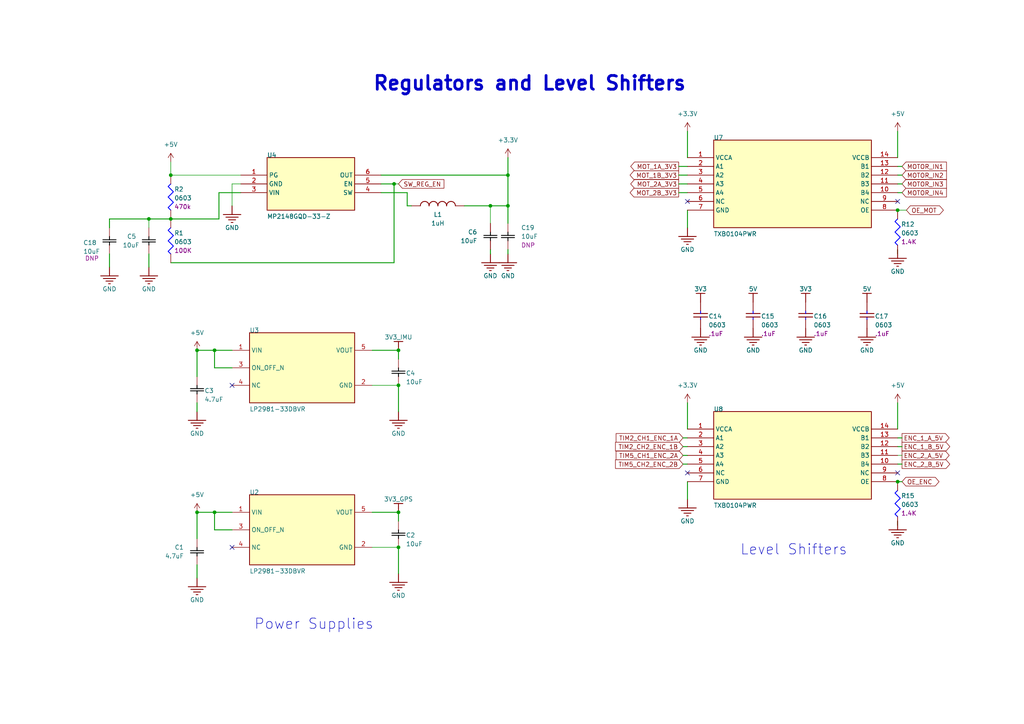
<source format=kicad_sch>
(kicad_sch (version 20230121) (generator eeschema)

  (uuid 9a74edae-c3bc-40f5-90ca-1e71e170c264)

  (paper "A4")

  (lib_symbols
    (symbol "Power-altium-import:3V3" (power) (in_bom yes) (on_board yes)
      (property "Reference" "#PWR" (at 0 0 0)
        (effects (font (size 1.27 1.27)))
      )
      (property "Value" "3V3" (at 0 3.81 0)
        (effects (font (size 1.27 1.27)))
      )
      (property "Footprint" "" (at 0 0 0)
        (effects (font (size 1.27 1.27)) hide)
      )
      (property "Datasheet" "" (at 0 0 0)
        (effects (font (size 1.27 1.27)) hide)
      )
      (property "ki_keywords" "power-flag" (at 0 0 0)
        (effects (font (size 1.27 1.27)) hide)
      )
      (property "ki_description" "Power symbol creates a global label with name '3V3'" (at 0 0 0)
        (effects (font (size 1.27 1.27)) hide)
      )
      (symbol "3V3_0_0"
        (polyline
          (pts
            (xy -1.27 -2.54)
            (xy 1.27 -2.54)
          )
          (stroke (width 0.254) (type solid))
          (fill (type none))
        )
        (polyline
          (pts
            (xy 0 0)
            (xy 0 -2.54)
          )
          (stroke (width 0.254) (type solid))
          (fill (type none))
        )
        (pin power_in line (at 0 0 0) (length 0) hide
          (name "3V3" (effects (font (size 1.27 1.27))))
          (number "" (effects (font (size 1.27 1.27))))
        )
      )
    )
    (symbol "Power-altium-import:3V3_GPS" (power) (in_bom yes) (on_board yes)
      (property "Reference" "#PWR" (at 0 0 0)
        (effects (font (size 1.27 1.27)))
      )
      (property "Value" "3V3_GPS" (at 0 3.81 0)
        (effects (font (size 1.27 1.27)))
      )
      (property "Footprint" "" (at 0 0 0)
        (effects (font (size 1.27 1.27)) hide)
      )
      (property "Datasheet" "" (at 0 0 0)
        (effects (font (size 1.27 1.27)) hide)
      )
      (property "ki_keywords" "power-flag" (at 0 0 0)
        (effects (font (size 1.27 1.27)) hide)
      )
      (property "ki_description" "Power symbol creates a global label with name '3V3_GPS'" (at 0 0 0)
        (effects (font (size 1.27 1.27)) hide)
      )
      (symbol "3V3_GPS_0_0"
        (polyline
          (pts
            (xy -1.27 -2.54)
            (xy 1.27 -2.54)
          )
          (stroke (width 0.254) (type solid))
          (fill (type none))
        )
        (polyline
          (pts
            (xy 0 0)
            (xy 0 -2.54)
          )
          (stroke (width 0.254) (type solid))
          (fill (type none))
        )
        (pin power_in line (at 0 0 0) (length 0) hide
          (name "3V3_GPS" (effects (font (size 1.27 1.27))))
          (number "" (effects (font (size 1.27 1.27))))
        )
      )
    )
    (symbol "Power-altium-import:3V3_IMU" (power) (in_bom yes) (on_board yes)
      (property "Reference" "#PWR" (at 0 0 0)
        (effects (font (size 1.27 1.27)))
      )
      (property "Value" "3V3_IMU" (at 0 3.81 0)
        (effects (font (size 1.27 1.27)))
      )
      (property "Footprint" "" (at 0 0 0)
        (effects (font (size 1.27 1.27)) hide)
      )
      (property "Datasheet" "" (at 0 0 0)
        (effects (font (size 1.27 1.27)) hide)
      )
      (property "ki_keywords" "power-flag" (at 0 0 0)
        (effects (font (size 1.27 1.27)) hide)
      )
      (property "ki_description" "Power symbol creates a global label with name '3V3_IMU'" (at 0 0 0)
        (effects (font (size 1.27 1.27)) hide)
      )
      (symbol "3V3_IMU_0_0"
        (polyline
          (pts
            (xy -1.27 -2.54)
            (xy 1.27 -2.54)
          )
          (stroke (width 0.254) (type solid))
          (fill (type none))
        )
        (polyline
          (pts
            (xy 0 0)
            (xy 0 -2.54)
          )
          (stroke (width 0.254) (type solid))
          (fill (type none))
        )
        (pin power_in line (at 0 0 0) (length 0) hide
          (name "3V3_IMU" (effects (font (size 1.27 1.27))))
          (number "" (effects (font (size 1.27 1.27))))
        )
      )
    )
    (symbol "Power-altium-import:5V" (power) (in_bom yes) (on_board yes)
      (property "Reference" "#PWR" (at 0 0 0)
        (effects (font (size 1.27 1.27)))
      )
      (property "Value" "5V" (at 0 3.81 0)
        (effects (font (size 1.27 1.27)))
      )
      (property "Footprint" "" (at 0 0 0)
        (effects (font (size 1.27 1.27)) hide)
      )
      (property "Datasheet" "" (at 0 0 0)
        (effects (font (size 1.27 1.27)) hide)
      )
      (property "ki_keywords" "power-flag" (at 0 0 0)
        (effects (font (size 1.27 1.27)) hide)
      )
      (property "ki_description" "Power symbol creates a global label with name '5V'" (at 0 0 0)
        (effects (font (size 1.27 1.27)) hide)
      )
      (symbol "5V_0_0"
        (polyline
          (pts
            (xy -1.27 -2.54)
            (xy 1.27 -2.54)
          )
          (stroke (width 0.254) (type solid))
          (fill (type none))
        )
        (polyline
          (pts
            (xy 0 0)
            (xy 0 -2.54)
          )
          (stroke (width 0.254) (type solid))
          (fill (type none))
        )
        (pin power_in line (at 0 0 0) (length 0) hide
          (name "5V" (effects (font (size 1.27 1.27))))
          (number "" (effects (font (size 1.27 1.27))))
        )
      )
    )
    (symbol "Power-altium-import:GND" (power) (in_bom yes) (on_board yes)
      (property "Reference" "#PWR" (at 0 0 0)
        (effects (font (size 1.27 1.27)))
      )
      (property "Value" "GND" (at 0 6.35 0)
        (effects (font (size 1.27 1.27)))
      )
      (property "Footprint" "" (at 0 0 0)
        (effects (font (size 1.27 1.27)) hide)
      )
      (property "Datasheet" "" (at 0 0 0)
        (effects (font (size 1.27 1.27)) hide)
      )
      (property "ki_keywords" "power-flag" (at 0 0 0)
        (effects (font (size 1.27 1.27)) hide)
      )
      (property "ki_description" "Power symbol creates a global label with name 'GND'" (at 0 0 0)
        (effects (font (size 1.27 1.27)) hide)
      )
      (symbol "GND_0_0"
        (polyline
          (pts
            (xy -2.54 -2.54)
            (xy 2.54 -2.54)
          )
          (stroke (width 0.254) (type solid))
          (fill (type none))
        )
        (polyline
          (pts
            (xy -1.778 -3.302)
            (xy 1.778 -3.302)
          )
          (stroke (width 0.254) (type solid))
          (fill (type none))
        )
        (polyline
          (pts
            (xy -1.016 -4.064)
            (xy 1.016 -4.064)
          )
          (stroke (width 0.254) (type solid))
          (fill (type none))
        )
        (polyline
          (pts
            (xy -0.254 -4.826)
            (xy 0.254 -4.826)
          )
          (stroke (width 0.254) (type solid))
          (fill (type none))
        )
        (polyline
          (pts
            (xy 0 0)
            (xy 0 -2.54)
          )
          (stroke (width 0.254) (type solid))
          (fill (type none))
        )
        (pin power_in line (at 0 0 0) (length 0) hide
          (name "GND" (effects (font (size 1.27 1.27))))
          (number "" (effects (font (size 1.27 1.27))))
        )
      )
    )
    (symbol "Power-altium-import:root_0_1239AS-H-1R0M=P2" (in_bom yes) (on_board yes)
      (property "Reference" "" (at 0 0 0)
        (effects (font (size 1.27 1.27)))
      )
      (property "Value" "" (at 0 0 0)
        (effects (font (size 1.27 1.27)))
      )
      (property "Footprint" "" (at 0 0 0)
        (effects (font (size 1.27 1.27)) hide)
      )
      (property "Datasheet" "" (at 0 0 0)
        (effects (font (size 1.27 1.27)) hide)
      )
      (property "ki_description" "Inductor with Inductance: 1uH Tol. +/-20%, Package: 1008 _2520_" (at 0 0 0)
        (effects (font (size 1.27 1.27)) hide)
      )
      (property "ki_fp_filters" "C:_Users_mushe_Documents_GitHub_swarm_crawler_Minibot_V1_swarm_crawler_pcb.PcbLib_CAPC10555_55N_KEM" (at 0 0 0)
        (effects (font (size 1.27 1.27)) hide)
      )
      (symbol "root_0_1239AS-H-1R0M=P2_1_0"
        (arc (start -2.54 0) (mid -3.81 1.2645) (end -5.08 0)
          (stroke (width 0.254) (type solid))
          (fill (type none))
        )
        (arc (start 0 0) (mid -1.27 1.2645) (end -2.54 0)
          (stroke (width 0.254) (type solid))
          (fill (type none))
        )
        (arc (start 2.54 0) (mid 1.27 1.2645) (end 0 0)
          (stroke (width 0.254) (type solid))
          (fill (type none))
        )
        (arc (start 5.08 0) (mid 3.81 1.2645) (end 2.54 0)
          (stroke (width 0.254) (type solid))
          (fill (type none))
        )
        (pin passive line (at -7.62 0 0) (length 2.54)
          (name "1" (effects (font (size 0 0))))
          (number "1" (effects (font (size 0 0))))
        )
        (pin passive line (at 7.62 0 180) (length 2.54)
          (name "2" (effects (font (size 0 0))))
          (number "2" (effects (font (size 0 0))))
        )
      )
    )
    (symbol "Power-altium-import:root_0_LP2981-33DBVR" (in_bom yes) (on_board yes)
      (property "Reference" "" (at 0 0 0)
        (effects (font (size 1.27 1.27)))
      )
      (property "Value" "" (at 0 0 0)
        (effects (font (size 1.27 1.27)))
      )
      (property "Footprint" "" (at 0 0 0)
        (effects (font (size 1.27 1.27)) hide)
      )
      (property "Datasheet" "" (at 0 0 0)
        (effects (font (size 1.27 1.27)) hide)
      )
      (property "ki_description" "No Description Available" (at 0 0 0)
        (effects (font (size 1.27 1.27)) hide)
      )
      (property "ki_fp_filters" "C:_Users_mushe_Documents_GitHub_swarm_crawler_Minibot_V1_swarm_crawler_pcb.PcbLib_DBV0005A_N" (at 0 0 0)
        (effects (font (size 1.27 1.27)) hide)
      )
      (symbol "root_0_LP2981-33DBVR_1_0"
        (rectangle (start 15.24 10.16) (end -15.24 -10.16)
          (stroke (width 0.254) (type solid))
          (fill (type background))
        )
        (pin power_in line (at -20.32 5.08 0) (length 5.08)
          (name "VIN" (effects (font (size 1.27 1.27))))
          (number "1" (effects (font (size 1.27 1.27))))
        )
        (pin power_in line (at 20.32 -5.08 180) (length 5.08)
          (name "GND" (effects (font (size 1.27 1.27))))
          (number "2" (effects (font (size 1.27 1.27))))
        )
        (pin input line (at -20.32 0 0) (length 5.08)
          (name "ON_OFF_N" (effects (font (size 1.27 1.27))))
          (number "3" (effects (font (size 1.27 1.27))))
        )
        (pin passive line (at -20.32 -5.08 0) (length 5.08)
          (name "NC" (effects (font (size 1.27 1.27))))
          (number "4" (effects (font (size 1.27 1.27))))
        )
        (pin power_in line (at 20.32 5.08 180) (length 5.08)
          (name "VOUT" (effects (font (size 1.27 1.27))))
          (number "5" (effects (font (size 1.27 1.27))))
        )
      )
    )
    (symbol "Power-altium-import:root_0_MP2148GQD-33-Z" (in_bom yes) (on_board yes)
      (property "Reference" "" (at 0 0 0)
        (effects (font (size 1.27 1.27)))
      )
      (property "Value" "" (at 0 0 0)
        (effects (font (size 1.27 1.27)))
      )
      (property "Footprint" "" (at 0 0 0)
        (effects (font (size 1.27 1.27)) hide)
      )
      (property "Datasheet" "" (at 0 0 0)
        (effects (font (size 1.27 1.27)) hide)
      )
      (property "ki_description" "No Description Available" (at 0 0 0)
        (effects (font (size 1.27 1.27)) hide)
      )
      (property "ki_fp_filters" "C:_Users_mushe_Documents_GitHub_swarm_crawler_Minibot_V1_swarm_crawler_pcb.PcbLib_QFN-1p0x1p5_MNP" (at 0 0 0)
        (effects (font (size 1.27 1.27)) hide)
      )
      (symbol "root_0_MP2148GQD-33-Z_1_0"
        (rectangle (start 33.02 5.08) (end 7.62 -10.16)
          (stroke (width 0.254) (type solid))
          (fill (type background))
        )
        (pin output line (at 0 0 0) (length 7.62)
          (name "PG" (effects (font (size 1.27 1.27))))
          (number "1" (effects (font (size 1.27 1.27))))
        )
        (pin passive line (at 0 -2.54 0) (length 7.62)
          (name "GND" (effects (font (size 1.27 1.27))))
          (number "2" (effects (font (size 1.27 1.27))))
        )
        (pin power_in line (at 0 -5.08 0) (length 7.62)
          (name "VIN" (effects (font (size 1.27 1.27))))
          (number "3" (effects (font (size 1.27 1.27))))
        )
        (pin output line (at 40.64 -5.08 180) (length 7.62)
          (name "SW" (effects (font (size 1.27 1.27))))
          (number "4" (effects (font (size 1.27 1.27))))
        )
        (pin bidirectional line (at 40.64 -2.54 180) (length 7.62)
          (name "EN" (effects (font (size 1.27 1.27))))
          (number "5" (effects (font (size 1.27 1.27))))
        )
        (pin output line (at 40.64 0 180) (length 7.62)
          (name "OUT" (effects (font (size 1.27 1.27))))
          (number "6" (effects (font (size 1.27 1.27))))
        )
      )
    )
    (symbol "Power-altium-import:root_0_TXB0104PWR" (in_bom yes) (on_board yes)
      (property "Reference" "" (at 0 0 0)
        (effects (font (size 1.27 1.27)))
      )
      (property "Value" "" (at 0 0 0)
        (effects (font (size 1.27 1.27)))
      )
      (property "Footprint" "" (at 0 0 0)
        (effects (font (size 1.27 1.27)) hide)
      )
      (property "Datasheet" "" (at 0 0 0)
        (effects (font (size 1.27 1.27)) hide)
      )
      (property "ki_description" "No Description Available" (at 0 0 0)
        (effects (font (size 1.27 1.27)) hide)
      )
      (property "ki_fp_filters" "C:_Users_mushe_Documents_GitHub_swarm_crawler_Minibot_V1_swarm_crawler_pcb.PcbLib_PW14" (at 0 0 0)
        (effects (font (size 1.27 1.27)) hide)
      )
      (symbol "root_0_TXB0104PWR_1_0"
        (rectangle (start 53.34 5.08) (end 7.62 -20.32)
          (stroke (width 0.254) (type solid))
          (fill (type background))
        )
        (pin power_in line (at 0 0 0) (length 7.62)
          (name "VCCA" (effects (font (size 1.27 1.27))))
          (number "1" (effects (font (size 1.27 1.27))))
        )
        (pin bidirectional line (at 60.96 -10.16 180) (length 7.62)
          (name "B4" (effects (font (size 1.27 1.27))))
          (number "10" (effects (font (size 1.27 1.27))))
        )
        (pin bidirectional line (at 60.96 -7.62 180) (length 7.62)
          (name "B3" (effects (font (size 1.27 1.27))))
          (number "11" (effects (font (size 1.27 1.27))))
        )
        (pin bidirectional line (at 60.96 -5.08 180) (length 7.62)
          (name "B2" (effects (font (size 1.27 1.27))))
          (number "12" (effects (font (size 1.27 1.27))))
        )
        (pin bidirectional line (at 60.96 -2.54 180) (length 7.62)
          (name "B1" (effects (font (size 1.27 1.27))))
          (number "13" (effects (font (size 1.27 1.27))))
        )
        (pin power_in line (at 60.96 0 180) (length 7.62)
          (name "VCCB" (effects (font (size 1.27 1.27))))
          (number "14" (effects (font (size 1.27 1.27))))
        )
        (pin bidirectional line (at 0 -2.54 0) (length 7.62)
          (name "A1" (effects (font (size 1.27 1.27))))
          (number "2" (effects (font (size 1.27 1.27))))
        )
        (pin bidirectional line (at 0 -5.08 0) (length 7.62)
          (name "A2" (effects (font (size 1.27 1.27))))
          (number "3" (effects (font (size 1.27 1.27))))
        )
        (pin bidirectional line (at 0 -7.62 0) (length 7.62)
          (name "A3" (effects (font (size 1.27 1.27))))
          (number "4" (effects (font (size 1.27 1.27))))
        )
        (pin bidirectional line (at 0 -10.16 0) (length 7.62)
          (name "A4" (effects (font (size 1.27 1.27))))
          (number "5" (effects (font (size 1.27 1.27))))
        )
        (pin passive line (at 0 -12.7 0) (length 7.62)
          (name "NC" (effects (font (size 1.27 1.27))))
          (number "6" (effects (font (size 1.27 1.27))))
        )
        (pin power_in line (at 0 -15.24 0) (length 7.62)
          (name "GND" (effects (font (size 1.27 1.27))))
          (number "7" (effects (font (size 1.27 1.27))))
        )
        (pin output line (at 60.96 -15.24 180) (length 7.62)
          (name "OE" (effects (font (size 1.27 1.27))))
          (number "8" (effects (font (size 1.27 1.27))))
        )
        (pin passive line (at 60.96 -12.7 180) (length 7.62)
          (name "NC" (effects (font (size 1.27 1.27))))
          (number "9" (effects (font (size 1.27 1.27))))
        )
      )
    )
    (symbol "Power-altium-import:root_1_CL31B106KOHNNWE" (in_bom yes) (on_board yes)
      (property "Reference" "" (at 0 0 0)
        (effects (font (size 1.27 1.27)))
      )
      (property "Value" "" (at 0 0 0)
        (effects (font (size 1.27 1.27)))
      )
      (property "Footprint" "" (at 0 0 0)
        (effects (font (size 1.27 1.27)) hide)
      )
      (property "Datasheet" "" (at 0 0 0)
        (effects (font (size 1.27 1.27)) hide)
      )
      (property "ki_description" "No Description Available" (at 0 0 0)
        (effects (font (size 1.27 1.27)) hide)
      )
      (property "ki_fp_filters" "C:_Users_mushe_Documents_GitHub_swarm_crawler_Minibot_V1_swarm_crawler_pcb.PcbLib_CAP_CL31_SAM" (at 0 0 0)
        (effects (font (size 1.27 1.27)) hide)
      )
      (symbol "root_1_CL31B106KOHNNWE_1_0"
        (polyline
          (pts
            (xy 0 2.54)
            (xy 0 3.48)
          )
          (stroke (width 0.254) (type solid) (color 0 0 0 1))
          (fill (type none))
        )
        (polyline
          (pts
            (xy 0 4.115)
            (xy 0 5.08)
          )
          (stroke (width 0.254) (type solid) (color 0 0 0 1))
          (fill (type none))
        )
        (polyline
          (pts
            (xy 1.905 3.48)
            (xy -1.905 3.48)
          )
          (stroke (width 0.254) (type solid) (color 0 0 0 1))
          (fill (type none))
        )
        (polyline
          (pts
            (xy 1.905 4.115)
            (xy -1.905 4.115)
          )
          (stroke (width 0.254) (type solid) (color 0 0 0 1))
          (fill (type none))
        )
        (pin passive line (at 0 0 90) (length 2.54)
          (name "1" (effects (font (size 0 0))))
          (number "1" (effects (font (size 0 0))))
        )
        (pin passive line (at 0 7.62 270) (length 2.54)
          (name "2" (effects (font (size 0 0))))
          (number "2" (effects (font (size 0 0))))
        )
      )
    )
    (symbol "Power-altium-import:root_1_Cap Semi" (in_bom yes) (on_board yes)
      (property "Reference" "" (at 0 0 0)
        (effects (font (size 1.27 1.27)))
      )
      (property "Value" "" (at 0 0 0)
        (effects (font (size 1.27 1.27)))
      )
      (property "Footprint" "" (at 0 0 0)
        (effects (font (size 1.27 1.27)) hide)
      )
      (property "Datasheet" "" (at 0 0 0)
        (effects (font (size 1.27 1.27)) hide)
      )
      (property "ki_description" "Capacitor (Semiconductor SIM Model)" (at 0 0 0)
        (effects (font (size 1.27 1.27)) hide)
      )
      (property "ki_fp_filters" "1608[0603]" (at 0 0 0)
        (effects (font (size 1.27 1.27)) hide)
      )
      (symbol "root_1_Cap Semi_1_0"
        (polyline
          (pts
            (xy 0.508 1.778)
            (xy 4.572 1.778)
          )
          (stroke (width 0.254) (type solid))
          (fill (type none))
        )
        (polyline
          (pts
            (xy 2.54 0)
            (xy 2.54 0.762)
          )
          (stroke (width 0.254) (type solid) (color 0 0 255 1))
          (fill (type none))
        )
        (polyline
          (pts
            (xy 2.54 2.54)
            (xy 2.54 1.778)
          )
          (stroke (width 0.254) (type solid) (color 0 0 255 1))
          (fill (type none))
        )
        (polyline
          (pts
            (xy 4.572 0.762)
            (xy 0.508 0.762)
          )
          (stroke (width 0.254) (type solid))
          (fill (type none))
        )
        (pin passive line (at 2.54 -2.54 90) (length 2.54)
          (name "1" (effects (font (size 0 0))))
          (number "1" (effects (font (size 0 0))))
        )
        (pin passive line (at 2.54 5.08 270) (length 2.54)
          (name "2" (effects (font (size 0 0))))
          (number "2" (effects (font (size 0 0))))
        )
      )
    )
    (symbol "Power-altium-import:root_1_GRM21BR71C475KE51L" (in_bom yes) (on_board yes)
      (property "Reference" "" (at 0 0 0)
        (effects (font (size 1.27 1.27)))
      )
      (property "Value" "" (at 0 0 0)
        (effects (font (size 1.27 1.27)))
      )
      (property "Footprint" "" (at 0 0 0)
        (effects (font (size 1.27 1.27)) hide)
      )
      (property "Datasheet" "" (at 0 0 0)
        (effects (font (size 1.27 1.27)) hide)
      )
      (property "ki_description" "No Description Available" (at 0 0 0)
        (effects (font (size 1.27 1.27)) hide)
      )
      (property "ki_fp_filters" "C:_Users_mushe_Documents_GitHub_swarm_crawler_Minibot_V1_swarm_crawler_pcb.PcbLib_CAP_GRM0805_2X1P25_MUR" (at 0 0 0)
        (effects (font (size 1.27 1.27)) hide)
      )
      (symbol "root_1_GRM21BR71C475KE51L_1_0"
        (polyline
          (pts
            (xy 0 2.54)
            (xy 0 3.48)
          )
          (stroke (width 0.254) (type solid) (color 0 0 0 1))
          (fill (type none))
        )
        (polyline
          (pts
            (xy 0 4.115)
            (xy 0 5.08)
          )
          (stroke (width 0.254) (type solid) (color 0 0 0 1))
          (fill (type none))
        )
        (polyline
          (pts
            (xy 1.905 3.48)
            (xy -1.905 3.48)
          )
          (stroke (width 0.254) (type solid) (color 0 0 0 1))
          (fill (type none))
        )
        (polyline
          (pts
            (xy 1.905 4.115)
            (xy -1.905 4.115)
          )
          (stroke (width 0.254) (type solid) (color 0 0 0 1))
          (fill (type none))
        )
        (pin passive line (at 0 0 90) (length 2.54)
          (name "1" (effects (font (size 0 0))))
          (number "1" (effects (font (size 0 0))))
        )
        (pin passive line (at 0 7.62 270) (length 2.54)
          (name "2" (effects (font (size 0 0))))
          (number "2" (effects (font (size 0 0))))
        )
      )
    )
    (symbol "Power-altium-import:root_1_Res3" (in_bom yes) (on_board yes)
      (property "Reference" "" (at 0 0 0)
        (effects (font (size 1.27 1.27)))
      )
      (property "Value" "" (at 0 0 0)
        (effects (font (size 1.27 1.27)))
      )
      (property "Footprint" "" (at 0 0 0)
        (effects (font (size 1.27 1.27)) hide)
      )
      (property "Datasheet" "" (at 0 0 0)
        (effects (font (size 1.27 1.27)) hide)
      )
      (property "ki_description" "Resistor" (at 0 0 0)
        (effects (font (size 1.27 1.27)) hide)
      )
      (property "ki_fp_filters" "J1-0603" (at 0 0 0)
        (effects (font (size 1.27 1.27)) hide)
      )
      (symbol "root_1_Res3_1_0"
        (polyline
          (pts
            (xy 2.54 7.62)
            (xy 1.778 6.858)
            (xy 3.302 5.334)
            (xy 1.778 3.81)
            (xy 3.302 2.286)
            (xy 1.778 0.762)
            (xy 2.54 0)
          )
          (stroke (width 0.254) (type solid) (color 0 0 255 1))
          (fill (type none))
        )
        (pin passive line (at 2.54 -2.54 90) (length 2.54)
          (name "1" (effects (font (size 0 0))))
          (number "1" (effects (font (size 0 0))))
        )
        (pin passive line (at 2.54 10.16 270) (length 2.54)
          (name "2" (effects (font (size 0 0))))
          (number "2" (effects (font (size 0 0))))
        )
      )
    )
    (symbol "power:+3.3V" (power) (pin_names (offset 0)) (in_bom yes) (on_board yes)
      (property "Reference" "#PWR" (at 0 -3.81 0)
        (effects (font (size 1.27 1.27)) hide)
      )
      (property "Value" "+3.3V" (at 0 3.556 0)
        (effects (font (size 1.27 1.27)))
      )
      (property "Footprint" "" (at 0 0 0)
        (effects (font (size 1.27 1.27)) hide)
      )
      (property "Datasheet" "" (at 0 0 0)
        (effects (font (size 1.27 1.27)) hide)
      )
      (property "ki_keywords" "global power" (at 0 0 0)
        (effects (font (size 1.27 1.27)) hide)
      )
      (property "ki_description" "Power symbol creates a global label with name \"+3.3V\"" (at 0 0 0)
        (effects (font (size 1.27 1.27)) hide)
      )
      (symbol "+3.3V_0_1"
        (polyline
          (pts
            (xy -0.762 1.27)
            (xy 0 2.54)
          )
          (stroke (width 0) (type default))
          (fill (type none))
        )
        (polyline
          (pts
            (xy 0 0)
            (xy 0 2.54)
          )
          (stroke (width 0) (type default))
          (fill (type none))
        )
        (polyline
          (pts
            (xy 0 2.54)
            (xy 0.762 1.27)
          )
          (stroke (width 0) (type default))
          (fill (type none))
        )
      )
      (symbol "+3.3V_1_1"
        (pin power_in line (at 0 0 90) (length 0) hide
          (name "+3.3V" (effects (font (size 1.27 1.27))))
          (number "1" (effects (font (size 1.27 1.27))))
        )
      )
    )
    (symbol "power:+5V" (power) (pin_names (offset 0)) (in_bom yes) (on_board yes)
      (property "Reference" "#PWR" (at 0 -3.81 0)
        (effects (font (size 1.27 1.27)) hide)
      )
      (property "Value" "+5V" (at 0 3.556 0)
        (effects (font (size 1.27 1.27)))
      )
      (property "Footprint" "" (at 0 0 0)
        (effects (font (size 1.27 1.27)) hide)
      )
      (property "Datasheet" "" (at 0 0 0)
        (effects (font (size 1.27 1.27)) hide)
      )
      (property "ki_keywords" "global power" (at 0 0 0)
        (effects (font (size 1.27 1.27)) hide)
      )
      (property "ki_description" "Power symbol creates a global label with name \"+5V\"" (at 0 0 0)
        (effects (font (size 1.27 1.27)) hide)
      )
      (symbol "+5V_0_1"
        (polyline
          (pts
            (xy -0.762 1.27)
            (xy 0 2.54)
          )
          (stroke (width 0) (type default))
          (fill (type none))
        )
        (polyline
          (pts
            (xy 0 0)
            (xy 0 2.54)
          )
          (stroke (width 0) (type default))
          (fill (type none))
        )
        (polyline
          (pts
            (xy 0 2.54)
            (xy 0.762 1.27)
          )
          (stroke (width 0) (type default))
          (fill (type none))
        )
      )
      (symbol "+5V_1_1"
        (pin power_in line (at 0 0 90) (length 0) hide
          (name "+5V" (effects (font (size 1.27 1.27))))
          (number "1" (effects (font (size 1.27 1.27))))
        )
      )
    )
  )

  (junction (at 147.32 59.69) (diameter 0) (color 0 0 0 0)
    (uuid 1bc6ee30-f290-457b-a529-17c76e4bddc6)
  )
  (junction (at 260.35 139.7) (diameter 0) (color 0 0 0 0)
    (uuid 2e95944a-0a96-4d12-8933-5cc7153332fd)
  )
  (junction (at 115.57 148.59) (diameter 0) (color 0 0 0 0)
    (uuid 3d44bfb1-83a4-4bd7-b39a-4b8de0d9ba61)
  )
  (junction (at 49.53 50.8) (diameter 0) (color 0 0 0 0)
    (uuid 69620928-4f92-48f5-9c0c-e9a47b73b813)
  )
  (junction (at 57.15 101.6) (diameter 0) (color 0 0 0 0)
    (uuid 7da13dff-246f-43e2-b506-85c2c0c6c4e4)
  )
  (junction (at 260.35 60.96) (diameter 0) (color 0 0 0 0)
    (uuid 7ea3cd41-eb45-4c6a-9f14-9494784ca5e6)
  )
  (junction (at 57.15 148.59) (diameter 0) (color 0 0 0 0)
    (uuid 86ee89bb-e467-484e-86f9-caca2ec7fe23)
  )
  (junction (at 43.18 63.5) (diameter 0) (color 0 0 0 0)
    (uuid 95adb7e5-6bc8-4741-bf87-a6c752513d4c)
  )
  (junction (at 115.57 158.75) (diameter 0) (color 0 0 0 0)
    (uuid 986e8713-9584-46ad-a0b0-53b3a85bee00)
  )
  (junction (at 49.53 63.5) (diameter 0) (color 0 0 0 0)
    (uuid 9aec35fc-9eec-4253-8cac-56dca8ce2f87)
  )
  (junction (at 62.23 148.59) (diameter 0) (color 0 0 0 0)
    (uuid a34508aa-5a9e-4567-95c6-561c3d662909)
  )
  (junction (at 115.57 111.76) (diameter 0) (color 0 0 0 0)
    (uuid a88871be-3cfe-46f8-a152-851186eba715)
  )
  (junction (at 142.24 59.69) (diameter 0) (color 0 0 0 0)
    (uuid b1f86e1b-b78c-4f58-975e-e7907e07abee)
  )
  (junction (at 62.23 101.6) (diameter 0) (color 0 0 0 0)
    (uuid c075ecbe-9cd3-4c19-b21a-9bbad7b5f944)
  )
  (junction (at 114.3 53.34) (diameter 0) (color 0 0 0 0)
    (uuid d6bf9166-72fe-456a-b793-5f8db69e3ea9)
  )
  (junction (at 147.32 50.8) (diameter 0) (color 0 0 0 0)
    (uuid db624b0d-eb22-4d03-938e-79b39ee1fb76)
  )
  (junction (at 115.57 101.6) (diameter 0) (color 0 0 0 0)
    (uuid eab42fa2-1b22-4448-b1f3-dc2a9f39fabc)
  )

  (no_connect (at 199.39 58.42) (uuid 748b9e7e-a09b-4538-b93f-d9487621728a))
  (no_connect (at 199.39 137.16) (uuid bf0791ea-3300-4fe6-9a45-84011a551e6c))
  (no_connect (at 260.35 58.42) (uuid d0fa67f5-1013-483e-8e31-e1856dbb2501))
  (no_connect (at 67.31 111.76) (uuid dc84b875-1d0b-4dad-a9b1-988d9831e886))
  (no_connect (at 260.35 137.16) (uuid de18d085-0e3f-46a3-957e-0a8eee0a464d))
  (no_connect (at 67.31 158.75) (uuid e0195497-d4bf-4683-9817-9f1018572b25))

  (wire (pts (xy 196.85 53.34) (xy 199.39 53.34))
    (stroke (width 0.254) (type default))
    (uuid 0433adb7-c8f9-4b53-84b3-634297185f2a)
  )
  (wire (pts (xy 107.95 111.76) (xy 115.57 111.76))
    (stroke (width 0) (type default))
    (uuid 056bc2c8-dbf9-477d-8a1b-2063ea328384)
  )
  (wire (pts (xy 49.53 50.8) (xy 69.85 50.8))
    (stroke (width 0) (type default))
    (uuid 13cf2fdf-dafb-433b-8252-85268941b4b6)
  )
  (wire (pts (xy 260.35 134.62) (xy 261.62 134.62))
    (stroke (width 0.254) (type default))
    (uuid 14dabb6b-3233-483a-b2d5-ada284edf299)
  )
  (wire (pts (xy 114.3 53.34) (xy 114.3 76.2))
    (stroke (width 0.254) (type default))
    (uuid 1c9fb500-99da-46bb-b1dc-914d79049b9c)
  )
  (wire (pts (xy 142.24 64.77) (xy 142.24 59.69))
    (stroke (width 0) (type default))
    (uuid 1e5e164c-7444-4318-b6b4-ed22fa03f7b7)
  )
  (wire (pts (xy 118.11 59.69) (xy 119.38 59.69))
    (stroke (width 0.254) (type default))
    (uuid 27c86cdb-1bc0-4fb3-860a-76c271dea4bd)
  )
  (wire (pts (xy 62.23 101.6) (xy 67.31 101.6))
    (stroke (width 0.254) (type default))
    (uuid 297aaed1-aa68-4b0d-95c9-122df3360490)
  )
  (wire (pts (xy 43.18 73.66) (xy 43.18 77.47))
    (stroke (width 0.254) (type default))
    (uuid 2ae6dff8-93f4-42e5-b853-a7ef0db857e0)
  )
  (wire (pts (xy 260.35 116.84) (xy 260.35 124.46))
    (stroke (width 0.254) (type default))
    (uuid 2b795802-292f-49ee-9684-c9b06555320e)
  )
  (wire (pts (xy 57.15 109.22) (xy 57.15 101.6))
    (stroke (width 0.254) (type default))
    (uuid 2cd9b403-d002-490a-8904-0ff0ed217c45)
  )
  (wire (pts (xy 114.3 76.2) (xy 49.53 76.2))
    (stroke (width 0.254) (type default))
    (uuid 372a9ec6-123a-4e72-9b31-ab48d60cd312)
  )
  (wire (pts (xy 261.62 139.7) (xy 260.35 139.7))
    (stroke (width 0.254) (type default))
    (uuid 39c5bfa9-3e3d-41a7-960c-f4c373619766)
  )
  (wire (pts (xy 57.15 163.83) (xy 57.15 167.64))
    (stroke (width 0.254) (type default))
    (uuid 3e6265c2-4469-41cd-b5c8-c66494acb0be)
  )
  (wire (pts (xy 62.23 148.59) (xy 67.31 148.59))
    (stroke (width 0.254) (type default))
    (uuid 3fd35e39-6b7e-49f9-a757-6ae6201d9834)
  )
  (wire (pts (xy 43.18 63.5) (xy 43.18 66.04))
    (stroke (width 0) (type default))
    (uuid 44e96ccc-ad68-4d3f-8e6d-a320273107ec)
  )
  (wire (pts (xy 260.35 53.34) (xy 261.62 53.34))
    (stroke (width 0.254) (type default))
    (uuid 4a6a9104-ac46-483d-9e31-e9523b47f505)
  )
  (wire (pts (xy 199.39 139.7) (xy 199.39 144.78))
    (stroke (width 0.254) (type default))
    (uuid 4d80691e-4ff4-4b1b-a005-bd93f3b831a0)
  )
  (wire (pts (xy 67.31 106.68) (xy 62.23 106.68))
    (stroke (width 0.254) (type default))
    (uuid 5471444c-8d4a-4079-ad91-3af93bb1fe15)
  )
  (wire (pts (xy 260.35 132.08) (xy 261.62 132.08))
    (stroke (width 0) (type default))
    (uuid 5a466172-9530-434c-8447-902c5fe882cf)
  )
  (wire (pts (xy 62.23 106.68) (xy 62.23 101.6))
    (stroke (width 0.254) (type default))
    (uuid 5bd08fb1-06c2-40f8-8563-cf7569400b72)
  )
  (wire (pts (xy 147.32 73.66) (xy 147.32 72.39))
    (stroke (width 0.254) (type default))
    (uuid 652a652d-1ead-442a-adb6-bc7ea510e376)
  )
  (wire (pts (xy 134.62 59.69) (xy 142.24 59.69))
    (stroke (width 0.254) (type default))
    (uuid 6570c306-7194-44c1-8835-c1ccad15d0e0)
  )
  (wire (pts (xy 63.5 63.5) (xy 63.5 55.88))
    (stroke (width 0.254) (type default))
    (uuid 697cce7e-4d78-4616-8603-a962d4903039)
  )
  (wire (pts (xy 115.57 111.76) (xy 115.57 119.38))
    (stroke (width 0.254) (type default))
    (uuid 79c3481d-6c16-453e-8514-64643d6a9937)
  )
  (wire (pts (xy 49.53 46.99) (xy 49.53 50.8))
    (stroke (width 0) (type default))
    (uuid 7b4e9dce-dd4e-4706-a355-7b7fa8b5c03f)
  )
  (wire (pts (xy 262.89 60.96) (xy 260.35 60.96))
    (stroke (width 0) (type default))
    (uuid 7ca15798-6d3f-4585-ac25-df599fe326fb)
  )
  (wire (pts (xy 147.32 50.8) (xy 147.32 59.69))
    (stroke (width 0.254) (type default))
    (uuid 7ca6bb20-4f55-4b01-b031-c48d1fb49f13)
  )
  (wire (pts (xy 115.57 158.75) (xy 115.57 166.37))
    (stroke (width 0.254) (type default))
    (uuid 8104ac38-0fd0-4c97-8c6b-2d51cda3293d)
  )
  (wire (pts (xy 260.35 55.88) (xy 261.62 55.88))
    (stroke (width 0.254) (type default))
    (uuid 8389b1e3-0fcf-49b5-a7db-ea51577d3914)
  )
  (wire (pts (xy 110.49 53.34) (xy 114.3 53.34))
    (stroke (width 0.254) (type default))
    (uuid 8404acd3-f5a0-474c-81e8-b2f6b86f7d6c)
  )
  (wire (pts (xy 260.35 48.26) (xy 261.62 48.26))
    (stroke (width 0.254) (type default))
    (uuid 8a2eb713-3656-4521-a56d-e9ed43ba2b3f)
  )
  (wire (pts (xy 260.35 129.54) (xy 261.62 129.54))
    (stroke (width 0.254) (type default))
    (uuid 8a439aa0-c1c7-486c-8b6e-18799a9f91a6)
  )
  (wire (pts (xy 198.12 129.54) (xy 199.39 129.54))
    (stroke (width 0.254) (type default))
    (uuid 8a9333ad-1686-4afb-bbb5-d35131f460d9)
  )
  (wire (pts (xy 31.75 73.66) (xy 31.75 77.47))
    (stroke (width 0.254) (type default))
    (uuid 8b2f7588-312d-478c-b838-b9b4fe189940)
  )
  (wire (pts (xy 198.12 127) (xy 199.39 127))
    (stroke (width 0.254) (type default))
    (uuid 8baa3609-0f21-4162-bb9e-5d804c7b83df)
  )
  (wire (pts (xy 107.95 101.6) (xy 115.57 101.6))
    (stroke (width 0.254) (type default))
    (uuid 90df0a39-2926-4431-a434-0a7fb65a146f)
  )
  (wire (pts (xy 118.11 55.88) (xy 110.49 55.88))
    (stroke (width 0.254) (type default))
    (uuid 92ed4bf5-bbf2-425e-9bda-96ba06851c3f)
  )
  (wire (pts (xy 147.32 50.8) (xy 147.32 45.72))
    (stroke (width 0.254) (type default))
    (uuid 936d9f3f-b05d-42c0-b55c-3fbd6ea65c0f)
  )
  (wire (pts (xy 43.18 63.5) (xy 49.53 63.5))
    (stroke (width 0.254) (type default))
    (uuid 97ffd17b-35fd-482c-92cc-82a92fde73d1)
  )
  (wire (pts (xy 260.35 38.1) (xy 260.35 45.72))
    (stroke (width 0.254) (type default))
    (uuid 9a95e1fe-63bf-4a69-bd50-ed08e7eae0b7)
  )
  (wire (pts (xy 57.15 148.59) (xy 62.23 148.59))
    (stroke (width 0.254) (type default))
    (uuid 9ca2d055-a4b1-4912-9615-2bb9ef632a26)
  )
  (wire (pts (xy 199.39 116.84) (xy 199.39 124.46))
    (stroke (width 0.254) (type default))
    (uuid 9e542cef-ae90-4154-bfa7-0ebe9f312af8)
  )
  (wire (pts (xy 115.57 101.6) (xy 115.57 104.14))
    (stroke (width 0.254) (type default))
    (uuid 9f3d6a97-0f42-4192-bf62-43862f12b383)
  )
  (wire (pts (xy 49.53 63.5) (xy 63.5 63.5))
    (stroke (width 0.254) (type default))
    (uuid 9fbb9bc3-7003-4969-8538-a6b0c4407910)
  )
  (wire (pts (xy 67.31 153.67) (xy 62.23 153.67))
    (stroke (width 0.254) (type default))
    (uuid a26fd502-6030-48f2-b145-7cd9b9ee04a5)
  )
  (wire (pts (xy 260.35 50.8) (xy 261.62 50.8))
    (stroke (width 0.254) (type default))
    (uuid a55717b3-9dec-483e-a175-dd455604523c)
  )
  (wire (pts (xy 196.85 48.26) (xy 199.39 48.26))
    (stroke (width 0.254) (type default))
    (uuid a9dd2784-835d-4929-b1fc-38decc71e699)
  )
  (wire (pts (xy 67.31 53.34) (xy 67.31 59.69))
    (stroke (width 0) (type default))
    (uuid b00b5bde-3d16-4d0b-81fd-4fbf3e50a973)
  )
  (wire (pts (xy 63.5 55.88) (xy 69.85 55.88))
    (stroke (width 0.254) (type default))
    (uuid b4ca0dd7-aa4c-4b77-847b-55a5c0dbad0d)
  )
  (wire (pts (xy 57.15 101.6) (xy 62.23 101.6))
    (stroke (width 0.254) (type default))
    (uuid b8c839a2-62a3-497a-8918-bf1cbd851e7a)
  )
  (wire (pts (xy 62.23 153.67) (xy 62.23 148.59))
    (stroke (width 0.254) (type default))
    (uuid b9ad6409-a834-4f05-b007-fe54d8e6ac98)
  )
  (wire (pts (xy 260.35 72.39) (xy 260.35 73.66))
    (stroke (width 0) (type default))
    (uuid bbc071f3-07a6-427d-8c4d-7e87b9e2baf9)
  )
  (wire (pts (xy 142.24 59.69) (xy 147.32 59.69))
    (stroke (width 0.254) (type default))
    (uuid cb31604e-41d6-456f-9ff0-d9898aa59625)
  )
  (wire (pts (xy 69.85 53.34) (xy 67.31 53.34))
    (stroke (width 0) (type default))
    (uuid d1553fb3-a1e4-47b0-b2b3-4f9d318bd6e6)
  )
  (wire (pts (xy 57.15 116.84) (xy 57.15 119.38))
    (stroke (width 0.254) (type default))
    (uuid d46d89cf-1f9f-4475-b1cf-8d79f893972d)
  )
  (wire (pts (xy 110.49 50.8) (xy 147.32 50.8))
    (stroke (width 0.254) (type default))
    (uuid d66da15f-3233-4b5d-b3e9-520418de092b)
  )
  (wire (pts (xy 107.95 148.59) (xy 115.57 148.59))
    (stroke (width 0.254) (type default))
    (uuid d7102f7e-1fd5-4370-b366-cc728511d206)
  )
  (wire (pts (xy 199.39 38.1) (xy 199.39 45.72))
    (stroke (width 0.254) (type default))
    (uuid da28c58d-ce22-4dc8-9469-03605b845bab)
  )
  (wire (pts (xy 196.85 50.8) (xy 199.39 50.8))
    (stroke (width 0.254) (type default))
    (uuid db7c7bc4-057d-436b-a90b-22db383279ea)
  )
  (wire (pts (xy 199.39 66.04) (xy 199.39 60.96))
    (stroke (width 0.254) (type default))
    (uuid e039733a-6476-4e8d-9263-ca2ed1545c11)
  )
  (wire (pts (xy 142.24 72.39) (xy 142.24 73.66))
    (stroke (width 0.254) (type default))
    (uuid e2301468-a780-468d-9b5d-9f8cff8346f2)
  )
  (wire (pts (xy 114.3 53.34) (xy 115.57 53.34))
    (stroke (width 0) (type default))
    (uuid e46e66e6-59e4-454e-858d-a347e7c8a6b4)
  )
  (wire (pts (xy 198.12 132.08) (xy 199.39 132.08))
    (stroke (width 0.254) (type default))
    (uuid e61e29a4-6a6f-4e00-822b-92991b28b7b9)
  )
  (wire (pts (xy 115.57 148.59) (xy 115.57 151.13))
    (stroke (width 0.254) (type default))
    (uuid e669c5a1-e30c-44b8-bb19-aaf2bc797945)
  )
  (wire (pts (xy 118.11 59.69) (xy 118.11 55.88))
    (stroke (width 0.254) (type default))
    (uuid e8dc9b34-0976-45e7-a071-cbcb206bfa2a)
  )
  (wire (pts (xy 31.75 63.5) (xy 43.18 63.5))
    (stroke (width 0.254) (type default))
    (uuid e9d06143-99d0-4e29-9100-52bf1e986f46)
  )
  (wire (pts (xy 260.35 127) (xy 261.62 127))
    (stroke (width 0.254) (type default))
    (uuid ef18675d-d8ef-4dc9-9bd3-56f23cb3c9f5)
  )
  (wire (pts (xy 57.15 156.21) (xy 57.15 148.59))
    (stroke (width 0.254) (type default))
    (uuid f00fce09-6805-4045-8ed5-d19e23f48a23)
  )
  (wire (pts (xy 196.85 55.88) (xy 199.39 55.88))
    (stroke (width 0.254) (type default))
    (uuid f309feea-a6b2-4bdc-90d1-65f2a16240e2)
  )
  (wire (pts (xy 107.95 158.75) (xy 115.57 158.75))
    (stroke (width 0) (type default))
    (uuid f319207d-ac70-4f78-8ab9-27f7bf5731b4)
  )
  (wire (pts (xy 147.32 59.69) (xy 147.32 64.77))
    (stroke (width 0.254) (type default))
    (uuid fa3357b1-0e25-4657-81b3-91ffbfcc087b)
  )
  (wire (pts (xy 198.12 134.62) (xy 199.39 134.62))
    (stroke (width 0.254) (type default))
    (uuid fba11db2-2ffe-4450-994d-d9b67a8b3eb5)
  )
  (wire (pts (xy 31.75 63.5) (xy 31.75 66.04))
    (stroke (width 0.254) (type default))
    (uuid feae7ff5-7a77-4ee3-b4d0-176c3c2053bf)
  )
  (wire (pts (xy 260.35 152.4) (xy 260.35 151.13))
    (stroke (width 0) (type default))
    (uuid fec6c66e-faf6-48a8-a485-c74e7b09d0a4)
  )

  (text "Power Supplies" (at 73.66 182.88 0)
    (effects (font (size 3 3)) (justify left bottom))
    (uuid 0a0fc725-b566-4a4c-9d79-dc5edef86a14)
  )
  (text "Regulators and Level Shifters" (at 107.95 26.67 0)
    (effects (font (size 4 4) (thickness 0.8) bold) (justify left bottom))
    (uuid 64a27a10-6a32-4dd5-b797-b0340d332855)
  )
  (text "Level Shifters" (at 214.63 161.29 0)
    (effects (font (size 3 3)) (justify left bottom))
    (uuid c489c793-ca15-4a23-b9a2-86408d448285)
  )

  (global_label "ENC_1_B_5V" (shape output) (at 261.62 129.54 0) (fields_autoplaced)
    (effects (font (size 1.27 1.27)) (justify left))
    (uuid 1dc72e80-27f7-4c09-8025-3f7212e38efd)
    (property "Intersheetrefs" "${INTERSHEET_REFS}" (at 276.0351 129.54 0)
      (effects (font (size 1.27 1.27)) (justify left) hide)
    )
  )
  (global_label "MOT_1A_3V3" (shape output) (at 196.85 48.26 180) (fields_autoplaced)
    (effects (font (size 1.27 1.27)) (justify right))
    (uuid 2ae8a2bd-f215-49a6-b0ec-f29cb3cec9d5)
    (property "Intersheetrefs" "${INTERSHEET_REFS}" (at 182.3744 48.26 0)
      (effects (font (size 1.27 1.27)) (justify right) hide)
    )
  )
  (global_label "MOT_2A_3V3" (shape output) (at 196.85 53.34 180) (fields_autoplaced)
    (effects (font (size 1.27 1.27)) (justify right))
    (uuid 40aed7d8-63c2-4bad-829e-f002be8a3bbf)
    (property "Intersheetrefs" "${INTERSHEET_REFS}" (at 182.3744 53.34 0)
      (effects (font (size 1.27 1.27)) (justify right) hide)
    )
  )
  (global_label "SW_REG_EN" (shape input) (at 115.57 53.34 0) (fields_autoplaced)
    (effects (font (size 1.27 1.27)) (justify left))
    (uuid 56c63709-3d5f-4a0c-9a99-421f85ff3411)
    (property "Intersheetrefs" "${INTERSHEET_REFS}" (at 129.3198 53.34 0)
      (effects (font (size 1.27 1.27)) (justify left) hide)
    )
  )
  (global_label "TIM2_CH2_ENC_1B" (shape input) (at 198.12 129.54 180) (fields_autoplaced)
    (effects (font (size 1.27 1.27)) (justify right))
    (uuid 61df67f2-8ca3-4672-9af9-b4973f4b03ba)
    (property "Intersheetrefs" "${INTERSHEET_REFS}" (at 177.9597 129.54 0)
      (effects (font (size 1.27 1.27)) (justify right) hide)
    )
  )
  (global_label "TIM2_CH1_ENC_1A" (shape input) (at 198.12 127 180) (fields_autoplaced)
    (effects (font (size 1.27 1.27)) (justify right))
    (uuid 7f082bfe-eb65-4946-b9bc-812b23f47a91)
    (property "Intersheetrefs" "${INTERSHEET_REFS}" (at 178.1411 127 0)
      (effects (font (size 1.27 1.27)) (justify right) hide)
    )
  )
  (global_label "MOTOR_IN4" (shape input) (at 261.62 55.88 0) (fields_autoplaced)
    (effects (font (size 1.27 1.27)) (justify left))
    (uuid 99c3604b-e410-4012-a4f3-ca805381e4dc)
    (property "Intersheetrefs" "${INTERSHEET_REFS}" (at 275.0676 55.88 0)
      (effects (font (size 1.27 1.27)) (justify left) hide)
    )
  )
  (global_label "MOTOR_IN2" (shape input) (at 261.62 50.8 0) (fields_autoplaced)
    (effects (font (size 1.27 1.27)) (justify left))
    (uuid a1a88982-db6c-4c74-b6d9-32f4db23b1d0)
    (property "Intersheetrefs" "${INTERSHEET_REFS}" (at 275.0676 50.8 0)
      (effects (font (size 1.27 1.27)) (justify left) hide)
    )
  )
  (global_label "TIM5_CH1_ENC_2A" (shape input) (at 198.12 132.08 180) (fields_autoplaced)
    (effects (font (size 1.27 1.27)) (justify right))
    (uuid a3c8ea17-369c-45e4-bc0c-f2229e8aa645)
    (property "Intersheetrefs" "${INTERSHEET_REFS}" (at 178.1411 132.08 0)
      (effects (font (size 1.27 1.27)) (justify right) hide)
    )
  )
  (global_label "ENC_1_A_5V" (shape output) (at 261.62 127 0) (fields_autoplaced)
    (effects (font (size 1.27 1.27)) (justify left))
    (uuid b12fff2c-2831-4258-aa4d-01dc5bcc5483)
    (property "Intersheetrefs" "${INTERSHEET_REFS}" (at 275.8537 127 0)
      (effects (font (size 1.27 1.27)) (justify left) hide)
    )
  )
  (global_label "OE_ENC" (shape tri_state) (at 261.62 139.7 0) (fields_autoplaced)
    (effects (font (size 1.27 1.27)) (justify left))
    (uuid c34401a8-dfe9-41d8-8250-28a7fb11055f)
    (property "Intersheetrefs" "${INTERSHEET_REFS}" (at 272.9131 139.7 0)
      (effects (font (size 1.27 1.27)) (justify left) hide)
    )
  )
  (global_label "ENC_2_B_5V" (shape output) (at 261.62 134.62 0) (fields_autoplaced)
    (effects (font (size 1.27 1.27)) (justify left))
    (uuid c568caae-5237-4225-9e92-d20ce8c4aea3)
    (property "Intersheetrefs" "${INTERSHEET_REFS}" (at 276.0351 134.62 0)
      (effects (font (size 1.27 1.27)) (justify left) hide)
    )
  )
  (global_label "ENC_2_A_5V" (shape output) (at 261.62 132.08 0) (fields_autoplaced)
    (effects (font (size 1.27 1.27)) (justify left))
    (uuid d1b062cb-33e5-48f0-a1c7-5c0825bfa5f3)
    (property "Intersheetrefs" "${INTERSHEET_REFS}" (at 275.8537 132.08 0)
      (effects (font (size 1.27 1.27)) (justify left) hide)
    )
  )
  (global_label "MOT_1B_3V3" (shape output) (at 196.85 50.8 180) (fields_autoplaced)
    (effects (font (size 1.27 1.27)) (justify right))
    (uuid d6b18933-a060-4592-a559-e7988cd8581d)
    (property "Intersheetrefs" "${INTERSHEET_REFS}" (at 182.193 50.8 0)
      (effects (font (size 1.27 1.27)) (justify right) hide)
    )
  )
  (global_label "MOT_2B_3V3" (shape output) (at 196.85 55.88 180) (fields_autoplaced)
    (effects (font (size 1.27 1.27)) (justify right))
    (uuid db61f569-a2ec-4279-b64e-434b005f7008)
    (property "Intersheetrefs" "${INTERSHEET_REFS}" (at 182.193 55.88 0)
      (effects (font (size 1.27 1.27)) (justify right) hide)
    )
  )
  (global_label "MOTOR_IN3" (shape input) (at 261.62 53.34 0) (fields_autoplaced)
    (effects (font (size 1.27 1.27)) (justify left))
    (uuid dd50952c-43b3-47a1-a1c1-03e1983b85b2)
    (property "Intersheetrefs" "${INTERSHEET_REFS}" (at 275.0676 53.34 0)
      (effects (font (size 1.27 1.27)) (justify left) hide)
    )
  )
  (global_label "TIM5_CH2_ENC_2B" (shape input) (at 198.12 134.62 180) (fields_autoplaced)
    (effects (font (size 1.27 1.27)) (justify right))
    (uuid dff002aa-bc20-4b2d-a00e-3af5d388ce7a)
    (property "Intersheetrefs" "${INTERSHEET_REFS}" (at 177.9597 134.62 0)
      (effects (font (size 1.27 1.27)) (justify right) hide)
    )
  )
  (global_label "OE_MOT" (shape tri_state) (at 262.89 60.96 0) (fields_autoplaced)
    (effects (font (size 1.27 1.27)) (justify left))
    (uuid f7d03ecf-0c4e-4269-8a4d-8a0450c5e289)
    (property "Intersheetrefs" "${INTERSHEET_REFS}" (at 274.1831 60.96 0)
      (effects (font (size 1.27 1.27)) (justify left) hide)
    )
  )
  (global_label "MOTOR_IN1" (shape input) (at 261.62 48.26 0) (fields_autoplaced)
    (effects (font (size 1.27 1.27)) (justify left))
    (uuid fb3fc08f-ed74-47d7-9740-2cad603ff0f2)
    (property "Intersheetrefs" "${INTERSHEET_REFS}" (at 275.0676 48.26 0)
      (effects (font (size 1.27 1.27)) (justify left) hide)
    )
  )

  (symbol (lib_id "Power-altium-import:GND") (at 115.57 119.38 0) (unit 1)
    (in_bom yes) (on_board yes) (dnp no)
    (uuid 008dba49-4066-4a64-8204-a400e0065bcd)
    (property "Reference" "#PWR0139" (at 115.57 119.38 0)
      (effects (font (size 1.27 1.27)) hide)
    )
    (property "Value" "GND" (at 115.57 125.73 0)
      (effects (font (size 1.27 1.27)))
    )
    (property "Footprint" "" (at 115.57 119.38 0)
      (effects (font (size 1.27 1.27)) hide)
    )
    (property "Datasheet" "" (at 115.57 119.38 0)
      (effects (font (size 1.27 1.27)) hide)
    )
    (pin "" (uuid fd87c766-a920-478d-a1ab-77778c88ca51))
    (instances
      (project "Minibot_V1"
        (path "/6277d1d5-4dc2-4848-a445-faca51f2a521/00a91963-d243-4d82-94ce-55577cb843e0"
          (reference "#PWR0139") (unit 1)
        )
      )
      (project "Power"
        (path "/c779ca2f-ad02-4e6f-b49e-17ad53819723"
          (reference "#PWR?") (unit 1)
        )
      )
    )
  )

  (symbol (lib_id "Power-altium-import:GND") (at 203.2 95.25 0) (unit 1)
    (in_bom yes) (on_board yes) (dnp no)
    (uuid 04ecd529-ceaf-46ce-8a84-aaed7d5b8862)
    (property "Reference" "#PWR0145" (at 203.2 95.25 0)
      (effects (font (size 1.27 1.27)) hide)
    )
    (property "Value" "GND" (at 203.2 101.6 0)
      (effects (font (size 1.27 1.27)))
    )
    (property "Footprint" "" (at 203.2 95.25 0)
      (effects (font (size 1.27 1.27)) hide)
    )
    (property "Datasheet" "" (at 203.2 95.25 0)
      (effects (font (size 1.27 1.27)) hide)
    )
    (pin "" (uuid a7c2c50b-ec3f-414a-b7f1-85510fa793f8))
    (instances
      (project "Minibot_V1"
        (path "/6277d1d5-4dc2-4848-a445-faca51f2a521/00a91963-d243-4d82-94ce-55577cb843e0"
          (reference "#PWR0145") (unit 1)
        )
      )
      (project "Power"
        (path "/c779ca2f-ad02-4e6f-b49e-17ad53819723"
          (reference "#PWR?") (unit 1)
        )
      )
    )
  )

  (symbol (lib_id "Power-altium-import:GND") (at 31.75 77.47 0) (unit 1)
    (in_bom yes) (on_board yes) (dnp no)
    (uuid 05a7e6e2-96b9-4b44-ad2b-4f1791630059)
    (property "Reference" "#PWR0148" (at 31.75 77.47 0)
      (effects (font (size 1.27 1.27)) hide)
    )
    (property "Value" "GND" (at 31.75 83.82 0)
      (effects (font (size 1.27 1.27)))
    )
    (property "Footprint" "" (at 31.75 77.47 0)
      (effects (font (size 1.27 1.27)) hide)
    )
    (property "Datasheet" "" (at 31.75 77.47 0)
      (effects (font (size 1.27 1.27)) hide)
    )
    (pin "" (uuid 7abd7438-3a94-4f20-b0fe-85f578645837))
    (instances
      (project "Minibot_V1"
        (path "/6277d1d5-4dc2-4848-a445-faca51f2a521/00a91963-d243-4d82-94ce-55577cb843e0"
          (reference "#PWR0148") (unit 1)
        )
      )
      (project "Power"
        (path "/c779ca2f-ad02-4e6f-b49e-17ad53819723"
          (reference "#PWR?") (unit 1)
        )
      )
    )
  )

  (symbol (lib_id "Power-altium-import:GND") (at 218.44 95.25 0) (unit 1)
    (in_bom yes) (on_board yes) (dnp no)
    (uuid 07788085-6c9c-423d-b1a3-6af16fb14ad8)
    (property "Reference" "#PWR0144" (at 218.44 95.25 0)
      (effects (font (size 1.27 1.27)) hide)
    )
    (property "Value" "GND" (at 218.44 101.6 0)
      (effects (font (size 1.27 1.27)))
    )
    (property "Footprint" "" (at 218.44 95.25 0)
      (effects (font (size 1.27 1.27)) hide)
    )
    (property "Datasheet" "" (at 218.44 95.25 0)
      (effects (font (size 1.27 1.27)) hide)
    )
    (pin "" (uuid 953aef63-d9ab-4689-9951-800bd4436088))
    (instances
      (project "Minibot_V1"
        (path "/6277d1d5-4dc2-4848-a445-faca51f2a521/00a91963-d243-4d82-94ce-55577cb843e0"
          (reference "#PWR0144") (unit 1)
        )
      )
      (project "Power"
        (path "/c779ca2f-ad02-4e6f-b49e-17ad53819723"
          (reference "#PWR?") (unit 1)
        )
      )
    )
  )

  (symbol (lib_id "Power-altium-import:GND") (at 57.15 167.64 0) (unit 1)
    (in_bom yes) (on_board yes) (dnp no)
    (uuid 15573c20-e2a7-444a-a302-eafb2d8c5505)
    (property "Reference" "#PWR0138" (at 57.15 167.64 0)
      (effects (font (size 1.27 1.27)) hide)
    )
    (property "Value" "GND" (at 57.15 173.99 0)
      (effects (font (size 1.27 1.27)))
    )
    (property "Footprint" "" (at 57.15 167.64 0)
      (effects (font (size 1.27 1.27)) hide)
    )
    (property "Datasheet" "" (at 57.15 167.64 0)
      (effects (font (size 1.27 1.27)) hide)
    )
    (pin "" (uuid 88b68997-4781-46a2-ae74-3d635035d77e))
    (instances
      (project "Minibot_V1"
        (path "/6277d1d5-4dc2-4848-a445-faca51f2a521/00a91963-d243-4d82-94ce-55577cb843e0"
          (reference "#PWR0138") (unit 1)
        )
      )
      (project "Power"
        (path "/c779ca2f-ad02-4e6f-b49e-17ad53819723"
          (reference "#PWR?") (unit 1)
        )
      )
    )
  )

  (symbol (lib_id "Power-altium-import:root_0_1239AS-H-1R0M=P2") (at 127 59.69 0) (unit 1)
    (in_bom yes) (on_board yes) (dnp no) (fields_autoplaced)
    (uuid 1853f235-2dc5-4564-aabd-04d1adaba3f0)
    (property "Reference" "L1" (at 127 62.23 0)
      (effects (font (size 1.27 1.27)))
    )
    (property "Value" "1uH" (at 127 64.77 0)
      (effects (font (size 1.27 1.27)))
    )
    (property "Footprint" "C:_Users_mushe_Documents_GitHub_swarm_crawler_Minibot_V1_swarm_crawler_pcb.PcbLib_CAPC10555_55N_KEM" (at 127 59.69 0)
      (effects (font (size 1.27 1.27)) hide)
    )
    (property "Datasheet" "" (at 127 59.69 0)
      (effects (font (size 1.27 1.27)) hide)
    )
    (property "SNAPEDA_LINK" "" (at 127 59.69 0)
      (effects (font (size 1.27 1.27)) (justify left bottom) hide)
    )
    (property "DIGI-KEY_PART_NUMBER" "445-PLEA67BBA1R0M-1PT00CT-ND" (at 127 59.69 0)
      (effects (font (size 1.27 1.27)) (justify left bottom) hide)
    )
    (property "MF" "TDK Corporation" (at 127 59.69 0)
      (effects (font (size 1.27 1.27)) (justify left bottom) hide)
    )
    (property "ALTIUM_VALUE" "*" (at 127 59.69 0)
      (effects (font (size 1.27 1.27)) (justify left bottom) hide)
    )
    (property "DIGI-KEY_PURCHASE_URL" "" (at 127 59.69 0)
      (effects (font (size 1.27 1.27)) (justify left bottom) hide)
    )
    (property "MP" "PLEA67BBA1R0M-1PT00" (at 127 59.69 0)
      (effects (font (size 1.27 1.27)) (justify left bottom) hide)
    )
    (property "PACKAGE" "0402" (at 127 59.69 0)
      (effects (font (size 1.27 1.27)) (justify left bottom) hide)
    )
    (pin "1" (uuid c86c3e39-e863-4b68-881e-3158dd194dfb))
    (pin "2" (uuid d3fa357a-4569-4c08-9836-0179a0f1e5f1))
    (instances
      (project "Minibot_V1"
        (path "/6277d1d5-4dc2-4848-a445-faca51f2a521/00a91963-d243-4d82-94ce-55577cb843e0"
          (reference "L1") (unit 1)
        )
      )
      (project "Power"
        (path "/c779ca2f-ad02-4e6f-b49e-17ad53819723"
          (reference "L1") (unit 1)
        )
      )
    )
  )

  (symbol (lib_id "Power-altium-import:GND") (at 43.18 77.47 0) (unit 1)
    (in_bom yes) (on_board yes) (dnp no)
    (uuid 1e297bf4-e42c-4ad2-bf90-63e5e5d98bd1)
    (property "Reference" "#PWR0147" (at 43.18 77.47 0)
      (effects (font (size 1.27 1.27)) hide)
    )
    (property "Value" "GND" (at 43.18 83.82 0)
      (effects (font (size 1.27 1.27)))
    )
    (property "Footprint" "" (at 43.18 77.47 0)
      (effects (font (size 1.27 1.27)) hide)
    )
    (property "Datasheet" "" (at 43.18 77.47 0)
      (effects (font (size 1.27 1.27)) hide)
    )
    (pin "" (uuid d1536a5b-a8e9-43dc-8ac9-917d19ab3327))
    (instances
      (project "Minibot_V1"
        (path "/6277d1d5-4dc2-4848-a445-faca51f2a521/00a91963-d243-4d82-94ce-55577cb843e0"
          (reference "#PWR0147") (unit 1)
        )
      )
      (project "Power"
        (path "/c779ca2f-ad02-4e6f-b49e-17ad53819723"
          (reference "#PWR?") (unit 1)
        )
      )
    )
  )

  (symbol (lib_id "Power-altium-import:3V3_IMU") (at 115.57 101.6 180) (unit 1)
    (in_bom yes) (on_board yes) (dnp no)
    (uuid 25753e7a-fcc5-47ee-98f5-85d6dfd552e2)
    (property "Reference" "#PWR0134" (at 115.57 101.6 0)
      (effects (font (size 1.27 1.27)) hide)
    )
    (property "Value" "3V3_IMU" (at 115.57 97.79 0)
      (effects (font (size 1.27 1.27)))
    )
    (property "Footprint" "" (at 115.57 101.6 0)
      (effects (font (size 1.27 1.27)) hide)
    )
    (property "Datasheet" "" (at 115.57 101.6 0)
      (effects (font (size 1.27 1.27)) hide)
    )
    (pin "" (uuid ef6a225b-a3f5-47aa-8cfb-48ab7a735e87))
    (instances
      (project "Minibot_V1"
        (path "/6277d1d5-4dc2-4848-a445-faca51f2a521/00a91963-d243-4d82-94ce-55577cb843e0"
          (reference "#PWR0134") (unit 1)
        )
      )
      (project "Power"
        (path "/c779ca2f-ad02-4e6f-b49e-17ad53819723"
          (reference "#PWR?") (unit 1)
        )
      )
    )
  )

  (symbol (lib_id "Power-altium-import:GND") (at 251.46 95.25 0) (unit 1)
    (in_bom yes) (on_board yes) (dnp no)
    (uuid 373034cd-a16a-4d9b-86d4-6198b6b61809)
    (property "Reference" "#PWR0142" (at 251.46 95.25 0)
      (effects (font (size 1.27 1.27)) hide)
    )
    (property "Value" "GND" (at 251.46 101.6 0)
      (effects (font (size 1.27 1.27)))
    )
    (property "Footprint" "" (at 251.46 95.25 0)
      (effects (font (size 1.27 1.27)) hide)
    )
    (property "Datasheet" "" (at 251.46 95.25 0)
      (effects (font (size 1.27 1.27)) hide)
    )
    (pin "" (uuid 075b7e88-59d3-4620-b480-fae6a567392f))
    (instances
      (project "Minibot_V1"
        (path "/6277d1d5-4dc2-4848-a445-faca51f2a521/00a91963-d243-4d82-94ce-55577cb843e0"
          (reference "#PWR0142") (unit 1)
        )
      )
      (project "Power"
        (path "/c779ca2f-ad02-4e6f-b49e-17ad53819723"
          (reference "#PWR?") (unit 1)
        )
      )
    )
  )

  (symbol (lib_id "power:+3.3V") (at 199.39 116.84 0) (unit 1)
    (in_bom yes) (on_board yes) (dnp no) (fields_autoplaced)
    (uuid 3e3b0857-eb17-450e-92c5-936c77082c75)
    (property "Reference" "#PWR0506" (at 199.39 120.65 0)
      (effects (font (size 1.27 1.27)) hide)
    )
    (property "Value" "+3.3V" (at 199.39 111.76 0)
      (effects (font (size 1.27 1.27)))
    )
    (property "Footprint" "" (at 199.39 116.84 0)
      (effects (font (size 1.27 1.27)) hide)
    )
    (property "Datasheet" "" (at 199.39 116.84 0)
      (effects (font (size 1.27 1.27)) hide)
    )
    (pin "1" (uuid 2d7b8900-0c75-414b-9dd3-8a3be54fb291))
    (instances
      (project "Minibot_V1"
        (path "/6277d1d5-4dc2-4848-a445-faca51f2a521/00a91963-d243-4d82-94ce-55577cb843e0"
          (reference "#PWR0506") (unit 1)
        )
      )
    )
  )

  (symbol (lib_id "Power-altium-import:root_1_Cap Semi") (at 200.66 92.71 0) (unit 1)
    (in_bom yes) (on_board yes) (dnp no)
    (uuid 40443588-7be8-4daf-a5f2-b8e52775250f)
    (property "Reference" "C14" (at 205.486 92.456 0)
      (effects (font (size 1.27 1.27)) (justify left bottom))
    )
    (property "Value" "0603" (at 205.486 94.996 0)
      (effects (font (size 1.27 1.27)) (justify left bottom))
    )
    (property "Footprint" "1608[0603]" (at 200.66 92.71 0)
      (effects (font (size 1.27 1.27)) hide)
    )
    (property "Datasheet" "" (at 200.66 92.71 0)
      (effects (font (size 1.27 1.27)) hide)
    )
    (property "PUBLISHED" "8-Jun-2000" (at 200.914 87.122 0)
      (effects (font (size 1.27 1.27)) (justify left bottom) hide)
    )
    (property "LATESTREVISIONDATE" "29-May-2009" (at 200.914 87.122 0)
      (effects (font (size 1.27 1.27)) (justify left bottom) hide)
    )
    (property "LATESTREVISIONNOTE" "IPC-7351 Footprint Added." (at 200.914 87.122 0)
      (effects (font (size 1.27 1.27)) (justify left bottom) hide)
    )
    (property "PACKAGEREFERENCE" "C1206" (at 200.914 87.122 0)
      (effects (font (size 1.27 1.27)) (justify left bottom) hide)
    )
    (property "PUBLISHER" "Altium Limited" (at 200.914 87.122 0)
      (effects (font (size 1.27 1.27)) (justify left bottom) hide)
    )
    (property "PACKAGEDESCRIPTION" "Chip Capacitor" (at 200.914 87.122 0)
      (effects (font (size 1.27 1.27)) (justify left bottom) hide)
    )
    (property "ALTIUM_VALUE" ".1uF" (at 205.486 97.536 0)
      (effects (font (size 1.27 1.27)) (justify left bottom))
    )
    (pin "2" (uuid b999f1c8-355f-4be3-9150-ebe7d66b1cbc))
    (pin "1" (uuid 8136ff1a-5473-48ef-b420-cb29269ad287))
    (instances
      (project "Minibot_V1"
        (path "/6277d1d5-4dc2-4848-a445-faca51f2a521/00a91963-d243-4d82-94ce-55577cb843e0"
          (reference "C14") (unit 1)
        )
      )
      (project "Power"
        (path "/c779ca2f-ad02-4e6f-b49e-17ad53819723"
          (reference "C14") (unit 1)
        )
      )
    )
  )

  (symbol (lib_id "Power-altium-import:root_1_Res3") (at 46.99 60.96 0) (unit 1)
    (in_bom yes) (on_board yes) (dnp no)
    (uuid 43fa884f-22f4-4222-b46c-1460065df300)
    (property "Reference" "R2" (at 50.546 55.626 0)
      (effects (font (size 1.27 1.27)) (justify left bottom))
    )
    (property "Value" "0603" (at 50.546 58.166 0)
      (effects (font (size 1.27 1.27)) (justify left bottom))
    )
    (property "Footprint" "J1-0603" (at 46.99 60.96 0)
      (effects (font (size 1.27 1.27)) hide)
    )
    (property "Datasheet" "" (at 46.99 60.96 0)
      (effects (font (size 1.27 1.27)) hide)
    )
    (property "PUBLISHED" "8-Jun-2000" (at 48.514 50.292 0)
      (effects (font (size 1.27 1.27)) (justify left bottom) hide)
    )
    (property "LATESTREVISIONDATE" "29-May-2009" (at 48.514 50.292 0)
      (effects (font (size 1.27 1.27)) (justify left bottom) hide)
    )
    (property "LATESTREVISIONNOTE" "IPC-7351 Footprint Added." (at 48.514 50.292 0)
      (effects (font (size 1.27 1.27)) (justify left bottom) hide)
    )
    (property "PACKAGEREFERENCE" "J1-0603" (at 48.514 50.292 0)
      (effects (font (size 1.27 1.27)) (justify left bottom) hide)
    )
    (property "PUBLISHER" "Altium Limited" (at 48.514 50.292 0)
      (effects (font (size 1.27 1.27)) (justify left bottom) hide)
    )
    (property "PACKAGEDESCRIPTION" "Chip Resistor" (at 48.514 50.292 0)
      (effects (font (size 1.27 1.27)) (justify left bottom) hide)
    )
    (property "ALTIUM_VALUE" "470k" (at 50.546 60.706 0)
      (effects (font (size 1.27 1.27)) (justify left bottom))
    )
    (pin "1" (uuid a71568f9-9b29-4017-90cd-77f81751de94))
    (pin "2" (uuid 591a0a19-5330-4d75-8536-8c5fbe3ac274))
    (instances
      (project "Minibot_V1"
        (path "/6277d1d5-4dc2-4848-a445-faca51f2a521/00a91963-d243-4d82-94ce-55577cb843e0"
          (reference "R2") (unit 1)
        )
      )
      (project "Power"
        (path "/c779ca2f-ad02-4e6f-b49e-17ad53819723"
          (reference "R2") (unit 1)
        )
      )
    )
  )

  (symbol (lib_id "Power-altium-import:root_0_LP2981-33DBVR") (at 87.63 106.68 0) (unit 1)
    (in_bom yes) (on_board yes) (dnp no)
    (uuid 545f8871-edfc-4bd8-80c6-3b741a063a6f)
    (property "Reference" "U3" (at 72.39 96.52 0)
      (effects (font (size 1.27 1.27)) (justify left bottom))
    )
    (property "Value" "LP2981-33DBVR" (at 72.39 119.38 0)
      (effects (font (size 1.27 1.27)) (justify left bottom))
    )
    (property "Footprint" "C:_Users_mushe_Documents_GitHub_swarm_crawler_Minibot_V1_swarm_crawler_pcb.PcbLib_DBV0005A_N" (at 87.63 106.68 0)
      (effects (font (size 1.27 1.27)) hide)
    )
    (property "Datasheet" "" (at 87.63 106.68 0)
      (effects (font (size 1.27 1.27)) hide)
    )
    (property "TYPE" "DEV" (at 66.802 96.52 0)
      (effects (font (size 1.27 1.27)) (justify left bottom) hide)
    )
    (property "REFDES" "RefDes" (at 66.802 96.52 0)
      (effects (font (size 1.27 1.27)) (justify left bottom) hide)
    )
    (property "COPYRIGHT" "Copyright (C) 2023 Ultra Librarian. All rights reserved." (at 66.802 96.52 0)
      (effects (font (size 1.27 1.27)) (justify left bottom) hide)
    )
    (property "MFR_NAME" "Texas Instruments" (at 66.802 96.52 0)
      (effects (font (size 1.27 1.27)) (justify left bottom) hide)
    )
    (property "MANUFACTURER_PART_NUMBER" "LP2981-33DBVR" (at 66.802 96.52 0)
      (effects (font (size 1.27 1.27)) (justify left bottom) hide)
    )
    (property "DIGI-KEY_PART_NUMBER_1" "296-17360-1-ND" (at 66.802 96.52 0)
      (effects (font (size 1.27 1.27)) (justify left bottom) hide)
    )
    (property "DIGI-KEY_PART_NUMBER_2" "296-17360-2-ND" (at 66.802 96.52 0)
      (effects (font (size 1.27 1.27)) (justify left bottom) hide)
    )
    (property "DIGI-KEY_PART_NUMBER_3" "296-17360-6-ND" (at 66.802 96.52 0)
      (effects (font (size 1.27 1.27)) (justify left bottom) hide)
    )
    (property "DIGI-KEY_PART_NUMBER_4" "2156-LP2981-33DBVR-ND" (at 66.802 96.52 0)
      (effects (font (size 1.27 1.27)) (justify left bottom) hide)
    )
    (pin "2" (uuid d9811d7b-f049-414b-a495-81942312a050))
    (pin "3" (uuid 5d7b851a-897a-4f1c-835d-36513e92c1ab))
    (pin "5" (uuid d28087a5-6771-4e9c-ac95-cf100838b8ee))
    (pin "4" (uuid db69db16-1541-4136-b018-bfd72b28102a))
    (pin "1" (uuid 2c64e2a6-b8a6-42ff-8d70-5bbb0e03e8c8))
    (instances
      (project "Minibot_V1"
        (path "/6277d1d5-4dc2-4848-a445-faca51f2a521/00a91963-d243-4d82-94ce-55577cb843e0"
          (reference "U3") (unit 1)
        )
      )
      (project "Power"
        (path "/c779ca2f-ad02-4e6f-b49e-17ad53819723"
          (reference "U3") (unit 1)
        )
      )
    )
  )

  (symbol (lib_id "Power-altium-import:root_0_MP2148GQD-33-Z") (at 69.85 50.8 0) (unit 1)
    (in_bom yes) (on_board yes) (dnp no)
    (uuid 5c90a092-fa22-4239-bb82-0e3efff32fac)
    (property "Reference" "U4" (at 77.47 45.72 0)
      (effects (font (size 1.27 1.27)) (justify left bottom))
    )
    (property "Value" "MP2148GQD-33-Z" (at 77.47 63.5 0)
      (effects (font (size 1.27 1.27)) (justify left bottom))
    )
    (property "Footprint" "C:_Users_mushe_Documents_GitHub_swarm_crawler_Minibot_V1_swarm_crawler_pcb.PcbLib_QFN-1p0x1p5_MNP" (at 69.85 50.8 0)
      (effects (font (size 1.27 1.27)) hide)
    )
    (property "Datasheet" "" (at 69.85 50.8 0)
      (effects (font (size 1.27 1.27)) hide)
    )
    (property "COPYRIGHT" "Copyright (C) 2023 Ultra Librarian. All rights reserved." (at 69.85 50.8 0)
      (effects (font (size 1.27 1.27)) (justify left bottom) hide)
    )
    (property "MFR_NAME" "Monolithic Power Systems" (at 69.85 50.8 0)
      (effects (font (size 1.27 1.27)) (justify left bottom) hide)
    )
    (property "MANUFACTURER_PART_NUMBER" "MP2148GQD-33-Z" (at 69.85 50.8 0)
      (effects (font (size 1.27 1.27)) (justify left bottom) hide)
    )
    (property "DIGI-KEY_PART_NUMBER_1" "MP2148GQD-33-Z-ND" (at 69.85 50.8 0)
      (effects (font (size 1.27 1.27)) (justify left bottom) hide)
    )
    (property "REFDES" "RefDes" (at 90.17 40.64 0)
      (effects (font (size 1.27 1.27)) (justify left bottom) hide)
    )
    (property "TYPE" "DEV" (at 90.17 43.18 0)
      (effects (font (size 1.27 1.27)) (justify left bottom) hide)
    )
    (pin "6" (uuid 608eef40-d78c-40df-9de2-f54ebe56c1c2))
    (pin "2" (uuid 00372c53-d4cf-41d2-9ef2-5c669841fd23))
    (pin "5" (uuid 0ca66223-2b87-41ad-b886-1553c98b3864))
    (pin "3" (uuid e51d31f4-f2b3-460f-ae88-b49a9f236790))
    (pin "1" (uuid f3caf52d-e0b0-4503-ae39-e68c9f557a1a))
    (pin "4" (uuid a1af367a-6cde-4e4c-a6dc-248da7a3d5ee))
    (instances
      (project "Minibot_V1"
        (path "/6277d1d5-4dc2-4848-a445-faca51f2a521/00a91963-d243-4d82-94ce-55577cb843e0"
          (reference "U4") (unit 1)
        )
      )
      (project "Power"
        (path "/c779ca2f-ad02-4e6f-b49e-17ad53819723"
          (reference "U4") (unit 1)
        )
      )
    )
  )

  (symbol (lib_id "power:+3.3V") (at 147.32 45.72 0) (unit 1)
    (in_bom yes) (on_board yes) (dnp no) (fields_autoplaced)
    (uuid 62347f90-53f8-404b-97a8-5769dcca49be)
    (property "Reference" "#PWR0504" (at 147.32 49.53 0)
      (effects (font (size 1.27 1.27)) hide)
    )
    (property "Value" "+3.3V" (at 147.32 40.64 0)
      (effects (font (size 1.27 1.27)))
    )
    (property "Footprint" "" (at 147.32 45.72 0)
      (effects (font (size 1.27 1.27)) hide)
    )
    (property "Datasheet" "" (at 147.32 45.72 0)
      (effects (font (size 1.27 1.27)) hide)
    )
    (pin "1" (uuid 9f78b588-6428-4933-915b-4f8b7955808b))
    (instances
      (project "Minibot_V1"
        (path "/6277d1d5-4dc2-4848-a445-faca51f2a521/00a91963-d243-4d82-94ce-55577cb843e0"
          (reference "#PWR0504") (unit 1)
        )
      )
    )
  )

  (symbol (lib_id "Power-altium-import:3V3") (at 203.2 87.63 180) (unit 1)
    (in_bom yes) (on_board yes) (dnp no)
    (uuid 62e96fdf-8298-4121-ac4c-f1460fda6e5c)
    (property "Reference" "#PWR0156" (at 203.2 87.63 0)
      (effects (font (size 1.27 1.27)) hide)
    )
    (property "Value" "3V3" (at 203.2 83.82 0)
      (effects (font (size 1.27 1.27)))
    )
    (property "Footprint" "" (at 203.2 87.63 0)
      (effects (font (size 1.27 1.27)) hide)
    )
    (property "Datasheet" "" (at 203.2 87.63 0)
      (effects (font (size 1.27 1.27)) hide)
    )
    (pin "" (uuid d2dba8f0-b798-4236-9be6-261deda72a72))
    (instances
      (project "Minibot_V1"
        (path "/6277d1d5-4dc2-4848-a445-faca51f2a521/00a91963-d243-4d82-94ce-55577cb843e0"
          (reference "#PWR0156") (unit 1)
        )
      )
      (project "Power"
        (path "/c779ca2f-ad02-4e6f-b49e-17ad53819723"
          (reference "#PWR?") (unit 1)
        )
      )
    )
  )

  (symbol (lib_id "Power-altium-import:GND") (at 199.39 144.78 0) (unit 1)
    (in_bom yes) (on_board yes) (dnp no)
    (uuid 673ae5a4-3f8a-42e8-88f3-4fbce1a081ff)
    (property "Reference" "#PWR0140" (at 199.39 144.78 0)
      (effects (font (size 1.27 1.27)) hide)
    )
    (property "Value" "GND" (at 199.39 151.13 0)
      (effects (font (size 1.27 1.27)))
    )
    (property "Footprint" "" (at 199.39 144.78 0)
      (effects (font (size 1.27 1.27)) hide)
    )
    (property "Datasheet" "" (at 199.39 144.78 0)
      (effects (font (size 1.27 1.27)) hide)
    )
    (pin "" (uuid 055f5fbd-a468-42ae-847f-9be06dc72866))
    (instances
      (project "Minibot_V1"
        (path "/6277d1d5-4dc2-4848-a445-faca51f2a521/00a91963-d243-4d82-94ce-55577cb843e0"
          (reference "#PWR0140") (unit 1)
        )
      )
      (project "Power"
        (path "/c779ca2f-ad02-4e6f-b49e-17ad53819723"
          (reference "#PWR?") (unit 1)
        )
      )
    )
  )

  (symbol (lib_id "Power-altium-import:root_1_CL31B106KOHNNWE") (at 115.57 111.76 0) (unit 1)
    (in_bom yes) (on_board yes) (dnp no)
    (uuid 683be5c1-4274-4a09-94ba-f4285ec5cfeb)
    (property "Reference" "C4" (at 117.729 108.966 0)
      (effects (font (size 1.27 1.27)) (justify left bottom))
    )
    (property "Value" "10uF" (at 117.729 111.506 0)
      (effects (font (size 1.27 1.27)) (justify left bottom))
    )
    (property "Footprint" "C:_Users_mushe_Documents_GitHub_swarm_crawler_Minibot_V1_swarm_crawler_pcb.PcbLib_CAP_CL31_SAM" (at 115.57 111.76 0)
      (effects (font (size 1.27 1.27)) hide)
    )
    (property "Datasheet" "" (at 115.57 111.76 0)
      (effects (font (size 1.27 1.27)) hide)
    )
    (property "COPYRIGHT" "Copyright (C) 2023 Ultra Librarian. All rights reserved." (at 113.411 103.632 0)
      (effects (font (size 1.27 1.27)) (justify left bottom) hide)
    )
    (property "MFR_NAME" "Samsung" (at 113.411 103.632 0)
      (effects (font (size 1.27 1.27)) (justify left bottom) hide)
    )
    (property "MANUFACTURER_PART_NUMBER" "CL31B106KOHNNWE" (at 113.411 103.632 0)
      (effects (font (size 1.27 1.27)) (justify left bottom) hide)
    )
    (property "DIGI-KEY_PART_NUMBER_1" "1276-3105-2-ND" (at 113.411 103.632 0)
      (effects (font (size 1.27 1.27)) (justify left bottom) hide)
    )
    (property "DIGI-KEY_PART_NUMBER_2" "1276-3105-1-ND" (at 113.411 103.632 0)
      (effects (font (size 1.27 1.27)) (justify left bottom) hide)
    )
    (property "DIGI-KEY_PART_NUMBER_3" "1276-3105-6-ND" (at 113.411 103.632 0)
      (effects (font (size 1.27 1.27)) (justify left bottom) hide)
    )
    (property "REFDES" "RefDes" (at 113.411 103.632 0)
      (effects (font (size 1.27 1.27)) (justify left bottom) hide)
    )
    (property "TYPE" "DEV" (at 113.411 103.632 0)
      (effects (font (size 1.27 1.27)) (justify left bottom) hide)
    )
    (pin "1" (uuid f93e5a8d-adc1-4612-b537-ce3bd609cd88))
    (pin "2" (uuid e4fc0ee5-8832-4dac-acf7-47e07bda8c46))
    (instances
      (project "Minibot_V1"
        (path "/6277d1d5-4dc2-4848-a445-faca51f2a521/00a91963-d243-4d82-94ce-55577cb843e0"
          (reference "C4") (unit 1)
        )
      )
      (project "Power"
        (path "/c779ca2f-ad02-4e6f-b49e-17ad53819723"
          (reference "C4") (unit 1)
        )
      )
    )
  )

  (symbol (lib_id "Power-altium-import:root_0_TXB0104PWR") (at 199.39 124.46 0) (unit 1)
    (in_bom yes) (on_board yes) (dnp no)
    (uuid 6b414e03-825c-4155-98fc-21e19ab5781a)
    (property "Reference" "U8" (at 207.01 119.38 0)
      (effects (font (size 1.27 1.27)) (justify left bottom))
    )
    (property "Value" "TXB0104PWR" (at 207.01 147.32 0)
      (effects (font (size 1.27 1.27)) (justify left bottom))
    )
    (property "Footprint" "C:_Users_mushe_Documents_GitHub_swarm_crawler_Minibot_V1_swarm_crawler_pcb.PcbLib_PW14" (at 199.39 124.46 0)
      (effects (font (size 1.27 1.27)) hide)
    )
    (property "Datasheet" "" (at 199.39 124.46 0)
      (effects (font (size 1.27 1.27)) hide)
    )
    (property "COPYRIGHT" "Copyright (C) 2023 Ultra Librarian. All rights reserved." (at 199.39 124.46 0)
      (effects (font (size 1.27 1.27)) (justify left bottom) hide)
    )
    (property "MFR_NAME" "Texas Instruments" (at 199.39 124.46 0)
      (effects (font (size 1.27 1.27)) (justify left bottom) hide)
    )
    (property "MANUFACTURER_PART_NUMBER" "TXB0104PWR" (at 199.39 124.46 0)
      (effects (font (size 1.27 1.27)) (justify left bottom) hide)
    )
    (property "DIGI-KEY_PART_NUMBER_1" "296-21929-1-ND" (at 199.39 124.46 0)
      (effects (font (size 1.27 1.27)) (justify left bottom) hide)
    )
    (property "DIGI-KEY_PART_NUMBER_2" "296-21929-2-ND" (at 199.39 124.46 0)
      (effects (font (size 1.27 1.27)) (justify left bottom) hide)
    )
    (property "DIGI-KEY_PART_NUMBER_3" "296-21929-6-ND" (at 199.39 124.46 0)
      (effects (font (size 1.27 1.27)) (justify left bottom) hide)
    )
    (property "REFDES" "RefDes" (at 229.87 114.3 0)
      (effects (font (size 1.27 1.27)) (justify left bottom) hide)
    )
    (property "TYPE" "DEV" (at 229.87 116.84 0)
      (effects (font (size 1.27 1.27)) (justify left bottom) hide)
    )
    (pin "1" (uuid 2d422136-e06c-4fec-843e-e2807629d562))
    (pin "2" (uuid c647c0f8-c5e5-42d2-9fbc-d0c8811f6dd6))
    (pin "3" (uuid 30ae69be-04ea-48e0-9824-a64deccce316))
    (pin "4" (uuid 2a8ec218-bbbe-463e-aa92-b2a7237273eb))
    (pin "5" (uuid 06cd94fb-9568-483c-8117-7d737fc3cc40))
    (pin "6" (uuid 6c33aff2-56ee-4f51-881b-4e13d971b222))
    (pin "14" (uuid 44b6a9f3-1140-48ca-b3cb-f6cfbb867382))
    (pin "11" (uuid fbe5be42-98b8-4bd3-8d92-f6a29925a99f))
    (pin "10" (uuid 05e4ae77-ef55-47a4-ba3d-d093f8c3be5f))
    (pin "12" (uuid 6c4ddeb2-e203-4d8c-a1ef-fef1adb53920))
    (pin "13" (uuid 8f5d93a8-014f-48d9-bd07-112d7579b9f6))
    (pin "8" (uuid 299d1e1f-2dfc-4ba8-9c11-79bba831d1d1))
    (pin "7" (uuid aab2f4bf-dbe9-4515-a140-e5fa8ec875da))
    (pin "9" (uuid 1f269447-189a-4d27-8dc0-3c12bf05f3cf))
    (instances
      (project "Minibot_V1"
        (path "/6277d1d5-4dc2-4848-a445-faca51f2a521/00a91963-d243-4d82-94ce-55577cb843e0"
          (reference "U8") (unit 1)
        )
      )
      (project "Power"
        (path "/c779ca2f-ad02-4e6f-b49e-17ad53819723"
          (reference "U8") (unit 1)
        )
      )
    )
  )

  (symbol (lib_id "Power-altium-import:root_1_CL31B106KOHNNWE") (at 142.24 72.39 0) (unit 1)
    (in_bom yes) (on_board yes) (dnp no) (fields_autoplaced)
    (uuid 95e04bca-3ffd-4048-b1f6-df7acde07080)
    (property "Reference" "C6" (at 138.43 67.31 0)
      (effects (font (size 1.27 1.27)) (justify right))
    )
    (property "Value" "10uF" (at 138.43 69.85 0)
      (effects (font (size 1.27 1.27)) (justify right))
    )
    (property "Footprint" "C:_Users_mushe_Documents_GitHub_swarm_crawler_Minibot_V1_swarm_crawler_pcb.PcbLib_CAP_CL31_SAM" (at 142.24 72.39 0)
      (effects (font (size 1.27 1.27)) hide)
    )
    (property "Datasheet" "" (at 142.24 72.39 0)
      (effects (font (size 1.27 1.27)) hide)
    )
    (property "COPYRIGHT" "Copyright (C) 2023 Ultra Librarian. All rights reserved." (at 140.081 64.262 0)
      (effects (font (size 1.27 1.27)) (justify left bottom) hide)
    )
    (property "MFR_NAME" "Samsung" (at 140.081 64.262 0)
      (effects (font (size 1.27 1.27)) (justify left bottom) hide)
    )
    (property "MANUFACTURER_PART_NUMBER" "CL31B106KOHNNWE" (at 140.081 64.262 0)
      (effects (font (size 1.27 1.27)) (justify left bottom) hide)
    )
    (property "DIGI-KEY_PART_NUMBER_1" "1276-3105-2-ND" (at 140.081 64.262 0)
      (effects (font (size 1.27 1.27)) (justify left bottom) hide)
    )
    (property "DIGI-KEY_PART_NUMBER_2" "1276-3105-1-ND" (at 140.081 64.262 0)
      (effects (font (size 1.27 1.27)) (justify left bottom) hide)
    )
    (property "DIGI-KEY_PART_NUMBER_3" "1276-3105-6-ND" (at 140.081 64.262 0)
      (effects (font (size 1.27 1.27)) (justify left bottom) hide)
    )
    (property "REFDES" "RefDes" (at 140.081 64.262 0)
      (effects (font (size 1.27 1.27)) (justify left bottom) hide)
    )
    (property "TYPE" "DEV" (at 140.081 64.262 0)
      (effects (font (size 1.27 1.27)) (justify left bottom) hide)
    )
    (pin "1" (uuid 433a2465-8d52-444b-99b1-3a25e6bf48ee))
    (pin "2" (uuid b52b811d-3e69-4139-b42e-717596e0e002))
    (instances
      (project "Minibot_V1"
        (path "/6277d1d5-4dc2-4848-a445-faca51f2a521/00a91963-d243-4d82-94ce-55577cb843e0"
          (reference "C6") (unit 1)
        )
      )
      (project "Power"
        (path "/c779ca2f-ad02-4e6f-b49e-17ad53819723"
          (reference "C6") (unit 1)
        )
      )
    )
  )

  (symbol (lib_id "Power-altium-import:root_1_GRM21BR71C475KE51L") (at 57.15 163.83 0) (unit 1)
    (in_bom yes) (on_board yes) (dnp no) (fields_autoplaced)
    (uuid 9f7ef713-e217-4d4c-a537-0b1dab8cd593)
    (property "Reference" "C1" (at 53.34 158.75 0)
      (effects (font (size 1.27 1.27)) (justify right))
    )
    (property "Value" "4.7uF" (at 53.34 161.29 0)
      (effects (font (size 1.27 1.27)) (justify right))
    )
    (property "Footprint" "C:_Users_mushe_Documents_GitHub_swarm_crawler_Minibot_V1_swarm_crawler_pcb.PcbLib_CAP_GRM0805_2X1P25_MUR" (at 57.15 163.83 0)
      (effects (font (size 1.27 1.27)) hide)
    )
    (property "Datasheet" "" (at 57.15 163.83 0)
      (effects (font (size 1.27 1.27)) hide)
    )
    (property "COPYRIGHT" "Copyright (C) 2023 Ultra Librarian. All rights reserved." (at 54.991 155.702 0)
      (effects (font (size 1.27 1.27)) (justify left bottom) hide)
    )
    (property "MFR_NAME" "Murata" (at 54.991 155.702 0)
      (effects (font (size 1.27 1.27)) (justify left bottom) hide)
    )
    (property "MANUFACTURER_PART_NUMBER" "GRM21BR71C475KE51L" (at 54.991 155.702 0)
      (effects (font (size 1.27 1.27)) (justify left bottom) hide)
    )
    (property "DIGI-KEY_PART_NUMBER_1" "490-14466-2-ND" (at 54.991 155.702 0)
      (effects (font (size 1.27 1.27)) (justify left bottom) hide)
    )
    (property "DIGI-KEY_PART_NUMBER_2" "490-14466-1-ND" (at 54.991 155.702 0)
      (effects (font (size 1.27 1.27)) (justify left bottom) hide)
    )
    (property "DIGI-KEY_PART_NUMBER_3" "490-14466-6-ND" (at 54.991 155.702 0)
      (effects (font (size 1.27 1.27)) (justify left bottom) hide)
    )
    (property "REFDES" "RefDes" (at 54.991 155.702 0)
      (effects (font (size 1.27 1.27)) (justify left bottom) hide)
    )
    (property "TYPE" "DEV" (at 54.991 155.702 0)
      (effects (font (size 1.27 1.27)) (justify left bottom) hide)
    )
    (pin "1" (uuid 0ec499ed-af6b-4f93-8eb8-0ff682f3fa0a))
    (pin "2" (uuid 59d03e94-4ed1-46ef-aed2-f9a26080d113))
    (instances
      (project "Minibot_V1"
        (path "/6277d1d5-4dc2-4848-a445-faca51f2a521/00a91963-d243-4d82-94ce-55577cb843e0"
          (reference "C1") (unit 1)
        )
      )
      (project "Power"
        (path "/c779ca2f-ad02-4e6f-b49e-17ad53819723"
          (reference "C1") (unit 1)
        )
      )
    )
  )

  (symbol (lib_id "Power-altium-import:root_0_LP2981-33DBVR") (at 87.63 153.67 0) (unit 1)
    (in_bom yes) (on_board yes) (dnp no)
    (uuid a208c7b3-d932-4e83-9176-da1655c6f8cc)
    (property "Reference" "U2" (at 72.39 143.51 0)
      (effects (font (size 1.27 1.27)) (justify left bottom))
    )
    (property "Value" "LP2981-33DBVR" (at 72.39 166.37 0)
      (effects (font (size 1.27 1.27)) (justify left bottom))
    )
    (property "Footprint" "C:_Users_mushe_Documents_GitHub_swarm_crawler_Minibot_V1_swarm_crawler_pcb.PcbLib_DBV0005A_N" (at 87.63 153.67 0)
      (effects (font (size 1.27 1.27)) hide)
    )
    (property "Datasheet" "" (at 87.63 153.67 0)
      (effects (font (size 1.27 1.27)) hide)
    )
    (property "TYPE" "DEV" (at 66.802 143.51 0)
      (effects (font (size 1.27 1.27)) (justify left bottom) hide)
    )
    (property "REFDES" "RefDes" (at 66.802 143.51 0)
      (effects (font (size 1.27 1.27)) (justify left bottom) hide)
    )
    (property "COPYRIGHT" "Copyright (C) 2023 Ultra Librarian. All rights reserved." (at 66.802 143.51 0)
      (effects (font (size 1.27 1.27)) (justify left bottom) hide)
    )
    (property "MFR_NAME" "Texas Instruments" (at 66.802 143.51 0)
      (effects (font (size 1.27 1.27)) (justify left bottom) hide)
    )
    (property "MANUFACTURER_PART_NUMBER" "LP2981-33DBVR" (at 66.802 143.51 0)
      (effects (font (size 1.27 1.27)) (justify left bottom) hide)
    )
    (property "DIGI-KEY_PART_NUMBER_1" "296-17360-1-ND" (at 66.802 143.51 0)
      (effects (font (size 1.27 1.27)) (justify left bottom) hide)
    )
    (property "DIGI-KEY_PART_NUMBER_2" "296-17360-2-ND" (at 66.802 143.51 0)
      (effects (font (size 1.27 1.27)) (justify left bottom) hide)
    )
    (property "DIGI-KEY_PART_NUMBER_3" "296-17360-6-ND" (at 66.802 143.51 0)
      (effects (font (size 1.27 1.27)) (justify left bottom) hide)
    )
    (property "DIGI-KEY_PART_NUMBER_4" "2156-LP2981-33DBVR-ND" (at 66.802 143.51 0)
      (effects (font (size 1.27 1.27)) (justify left bottom) hide)
    )
    (pin "5" (uuid 2c86e775-7d52-449e-b8d0-bb5c41aa59c9))
    (pin "3" (uuid 69fa4f94-e2fa-4b17-bd4e-86caf612d391))
    (pin "1" (uuid de12a73d-daed-4ac0-ab66-b97c65a88bcd))
    (pin "2" (uuid f556c757-753e-4189-a5f4-134f8c6b2dc5))
    (pin "4" (uuid fa70c2e5-4bd4-41ab-a905-d55b11877412))
    (instances
      (project "Minibot_V1"
        (path "/6277d1d5-4dc2-4848-a445-faca51f2a521/00a91963-d243-4d82-94ce-55577cb843e0"
          (reference "U2") (unit 1)
        )
      )
      (project "Power"
        (path "/c779ca2f-ad02-4e6f-b49e-17ad53819723"
          (reference "U2") (unit 1)
        )
      )
    )
  )

  (symbol (lib_id "Power-altium-import:GND") (at 260.35 72.39 0) (unit 1)
    (in_bom yes) (on_board yes) (dnp no)
    (uuid a88cd15f-14b0-402a-95c3-57b5cb147bb6)
    (property "Reference" "#PWR0151" (at 260.35 72.39 0)
      (effects (font (size 1.27 1.27)) hide)
    )
    (property "Value" "GND" (at 260.35 78.74 0)
      (effects (font (size 1.27 1.27)))
    )
    (property "Footprint" "" (at 260.35 72.39 0)
      (effects (font (size 1.27 1.27)) hide)
    )
    (property "Datasheet" "" (at 260.35 72.39 0)
      (effects (font (size 1.27 1.27)) hide)
    )
    (pin "" (uuid 2d10edda-333f-4760-91cd-a85cca813ac4))
    (instances
      (project "Minibot_V1"
        (path "/6277d1d5-4dc2-4848-a445-faca51f2a521/00a91963-d243-4d82-94ce-55577cb843e0"
          (reference "#PWR0151") (unit 1)
        )
      )
      (project "Power"
        (path "/c779ca2f-ad02-4e6f-b49e-17ad53819723"
          (reference "#PWR?") (unit 1)
        )
      )
    )
  )

  (symbol (lib_id "Power-altium-import:3V3") (at 233.68 87.63 180) (unit 1)
    (in_bom yes) (on_board yes) (dnp no)
    (uuid a9a05c28-b61e-4b07-bc78-83bfe5ec29f0)
    (property "Reference" "#PWR0153" (at 233.68 87.63 0)
      (effects (font (size 1.27 1.27)) hide)
    )
    (property "Value" "3V3" (at 233.68 83.82 0)
      (effects (font (size 1.27 1.27)))
    )
    (property "Footprint" "" (at 233.68 87.63 0)
      (effects (font (size 1.27 1.27)) hide)
    )
    (property "Datasheet" "" (at 233.68 87.63 0)
      (effects (font (size 1.27 1.27)) hide)
    )
    (pin "" (uuid f33ec346-dbe9-4e47-915d-00b57e241269))
    (instances
      (project "Minibot_V1"
        (path "/6277d1d5-4dc2-4848-a445-faca51f2a521/00a91963-d243-4d82-94ce-55577cb843e0"
          (reference "#PWR0153") (unit 1)
        )
      )
      (project "Power"
        (path "/c779ca2f-ad02-4e6f-b49e-17ad53819723"
          (reference "#PWR?") (unit 1)
        )
      )
    )
  )

  (symbol (lib_id "power:+5V") (at 49.53 46.99 0) (unit 1)
    (in_bom yes) (on_board yes) (dnp no) (fields_autoplaced)
    (uuid aad6b72c-062a-4378-ae2a-c27bf3a4e029)
    (property "Reference" "#PWR0503" (at 49.53 50.8 0)
      (effects (font (size 1.27 1.27)) hide)
    )
    (property "Value" "+5V" (at 49.53 41.91 0)
      (effects (font (size 1.27 1.27)))
    )
    (property "Footprint" "" (at 49.53 46.99 0)
      (effects (font (size 1.27 1.27)) hide)
    )
    (property "Datasheet" "" (at 49.53 46.99 0)
      (effects (font (size 1.27 1.27)) hide)
    )
    (pin "1" (uuid 0ecf2eeb-6318-4ca5-a784-faca10613303))
    (instances
      (project "Minibot_V1"
        (path "/6277d1d5-4dc2-4848-a445-faca51f2a521/00a91963-d243-4d82-94ce-55577cb843e0"
          (reference "#PWR0503") (unit 1)
        )
      )
    )
  )

  (symbol (lib_id "power:+5V") (at 57.15 148.59 0) (unit 1)
    (in_bom yes) (on_board yes) (dnp no) (fields_autoplaced)
    (uuid ab7d6496-4457-49a1-ac30-6c5ce78e9a16)
    (property "Reference" "#PWR0501" (at 57.15 152.4 0)
      (effects (font (size 1.27 1.27)) hide)
    )
    (property "Value" "+5V" (at 57.15 143.51 0)
      (effects (font (size 1.27 1.27)))
    )
    (property "Footprint" "" (at 57.15 148.59 0)
      (effects (font (size 1.27 1.27)) hide)
    )
    (property "Datasheet" "" (at 57.15 148.59 0)
      (effects (font (size 1.27 1.27)) hide)
    )
    (pin "1" (uuid 1e3bac1f-4974-4bcc-9a7b-5c627ccced19))
    (instances
      (project "Minibot_V1"
        (path "/6277d1d5-4dc2-4848-a445-faca51f2a521/00a91963-d243-4d82-94ce-55577cb843e0"
          (reference "#PWR0501") (unit 1)
        )
      )
    )
  )

  (symbol (lib_id "Power-altium-import:root_1_Cap Semi") (at 248.92 92.71 0) (unit 1)
    (in_bom yes) (on_board yes) (dnp no)
    (uuid ade9de6b-14f2-45c2-b56f-3167fba8bcdf)
    (property "Reference" "C17" (at 253.746 92.456 0)
      (effects (font (size 1.27 1.27)) (justify left bottom))
    )
    (property "Value" "0603" (at 253.746 94.996 0)
      (effects (font (size 1.27 1.27)) (justify left bottom))
    )
    (property "Footprint" "1608[0603]" (at 248.92 92.71 0)
      (effects (font (size 1.27 1.27)) hide)
    )
    (property "Datasheet" "" (at 248.92 92.71 0)
      (effects (font (size 1.27 1.27)) hide)
    )
    (property "PUBLISHED" "8-Jun-2000" (at 249.174 87.122 0)
      (effects (font (size 1.27 1.27)) (justify left bottom) hide)
    )
    (property "LATESTREVISIONDATE" "29-May-2009" (at 249.174 87.122 0)
      (effects (font (size 1.27 1.27)) (justify left bottom) hide)
    )
    (property "LATESTREVISIONNOTE" "IPC-7351 Footprint Added." (at 249.174 87.122 0)
      (effects (font (size 1.27 1.27)) (justify left bottom) hide)
    )
    (property "PACKAGEREFERENCE" "C1206" (at 249.174 87.122 0)
      (effects (font (size 1.27 1.27)) (justify left bottom) hide)
    )
    (property "PUBLISHER" "Altium Limited" (at 249.174 87.122 0)
      (effects (font (size 1.27 1.27)) (justify left bottom) hide)
    )
    (property "PACKAGEDESCRIPTION" "Chip Capacitor" (at 249.174 87.122 0)
      (effects (font (size 1.27 1.27)) (justify left bottom) hide)
    )
    (property "ALTIUM_VALUE" ".1uF" (at 253.746 97.536 0)
      (effects (font (size 1.27 1.27)) (justify left bottom))
    )
    (pin "1" (uuid 16b750b3-a6a9-4e28-a1ea-073bd3660dd8))
    (pin "2" (uuid 38e26450-15a1-4998-9da8-b4e1bb9da3c3))
    (instances
      (project "Minibot_V1"
        (path "/6277d1d5-4dc2-4848-a445-faca51f2a521/00a91963-d243-4d82-94ce-55577cb843e0"
          (reference "C17") (unit 1)
        )
      )
      (project "Power"
        (path "/c779ca2f-ad02-4e6f-b49e-17ad53819723"
          (reference "C17") (unit 1)
        )
      )
    )
  )

  (symbol (lib_id "power:+5V") (at 260.35 116.84 0) (unit 1)
    (in_bom yes) (on_board yes) (dnp no) (fields_autoplaced)
    (uuid afa560e7-e27c-449e-9a4f-d6fc6394b48a)
    (property "Reference" "#PWR0508" (at 260.35 120.65 0)
      (effects (font (size 1.27 1.27)) hide)
    )
    (property "Value" "+5V" (at 260.35 111.76 0)
      (effects (font (size 1.27 1.27)))
    )
    (property "Footprint" "" (at 260.35 116.84 0)
      (effects (font (size 1.27 1.27)) hide)
    )
    (property "Datasheet" "" (at 260.35 116.84 0)
      (effects (font (size 1.27 1.27)) hide)
    )
    (pin "1" (uuid 35c0e3e8-8479-4874-95bd-244e5176ff25))
    (instances
      (project "Minibot_V1"
        (path "/6277d1d5-4dc2-4848-a445-faca51f2a521/00a91963-d243-4d82-94ce-55577cb843e0"
          (reference "#PWR0508") (unit 1)
        )
      )
    )
  )

  (symbol (lib_id "Power-altium-import:GND") (at 67.31 59.69 0) (unit 1)
    (in_bom yes) (on_board yes) (dnp no)
    (uuid b1df4e58-8e53-48b2-925a-13582794d41e)
    (property "Reference" "#PWR0146" (at 67.31 59.69 0)
      (effects (font (size 1.27 1.27)) hide)
    )
    (property "Value" "GND" (at 67.31 66.04 0)
      (effects (font (size 1.27 1.27)))
    )
    (property "Footprint" "" (at 67.31 59.69 0)
      (effects (font (size 1.27 1.27)) hide)
    )
    (property "Datasheet" "" (at 67.31 59.69 0)
      (effects (font (size 1.27 1.27)) hide)
    )
    (pin "" (uuid e2ed4266-5c17-49ec-a2b2-868f131d7c3c))
    (instances
      (project "Minibot_V1"
        (path "/6277d1d5-4dc2-4848-a445-faca51f2a521/00a91963-d243-4d82-94ce-55577cb843e0"
          (reference "#PWR0146") (unit 1)
        )
      )
      (project "Power"
        (path "/c779ca2f-ad02-4e6f-b49e-17ad53819723"
          (reference "#PWR?") (unit 1)
        )
      )
    )
  )

  (symbol (lib_id "Power-altium-import:root_1_CL31B106KOHNNWE") (at 115.57 158.75 0) (unit 1)
    (in_bom yes) (on_board yes) (dnp no)
    (uuid b299a2b8-dc2f-41e3-97b2-e982be004ae0)
    (property "Reference" "C2" (at 117.729 155.956 0)
      (effects (font (size 1.27 1.27)) (justify left bottom))
    )
    (property "Value" "10uF" (at 117.729 158.496 0)
      (effects (font (size 1.27 1.27)) (justify left bottom))
    )
    (property "Footprint" "C:_Users_mushe_Documents_GitHub_swarm_crawler_Minibot_V1_swarm_crawler_pcb.PcbLib_CAP_CL31_SAM" (at 115.57 158.75 0)
      (effects (font (size 1.27 1.27)) hide)
    )
    (property "Datasheet" "" (at 115.57 158.75 0)
      (effects (font (size 1.27 1.27)) hide)
    )
    (property "COPYRIGHT" "Copyright (C) 2023 Ultra Librarian. All rights reserved." (at 113.411 150.622 0)
      (effects (font (size 1.27 1.27)) (justify left bottom) hide)
    )
    (property "MFR_NAME" "Samsung" (at 113.411 150.622 0)
      (effects (font (size 1.27 1.27)) (justify left bottom) hide)
    )
    (property "MANUFACTURER_PART_NUMBER" "CL31B106KOHNNWE" (at 113.411 150.622 0)
      (effects (font (size 1.27 1.27)) (justify left bottom) hide)
    )
    (property "DIGI-KEY_PART_NUMBER_1" "1276-3105-2-ND" (at 113.411 150.622 0)
      (effects (font (size 1.27 1.27)) (justify left bottom) hide)
    )
    (property "DIGI-KEY_PART_NUMBER_2" "1276-3105-1-ND" (at 113.411 150.622 0)
      (effects (font (size 1.27 1.27)) (justify left bottom) hide)
    )
    (property "DIGI-KEY_PART_NUMBER_3" "1276-3105-6-ND" (at 113.411 150.622 0)
      (effects (font (size 1.27 1.27)) (justify left bottom) hide)
    )
    (property "REFDES" "RefDes" (at 113.411 150.622 0)
      (effects (font (size 1.27 1.27)) (justify left bottom) hide)
    )
    (property "TYPE" "DEV" (at 113.411 150.622 0)
      (effects (font (size 1.27 1.27)) (justify left bottom) hide)
    )
    (pin "2" (uuid 5be43578-686f-4d1c-8ce7-716142a0a112))
    (pin "1" (uuid a52ea7f6-4a55-4b02-98fc-e46ec60fae1b))
    (instances
      (project "Minibot_V1"
        (path "/6277d1d5-4dc2-4848-a445-faca51f2a521/00a91963-d243-4d82-94ce-55577cb843e0"
          (reference "C2") (unit 1)
        )
      )
      (project "Power"
        (path "/c779ca2f-ad02-4e6f-b49e-17ad53819723"
          (reference "C2") (unit 1)
        )
      )
    )
  )

  (symbol (lib_id "Power-altium-import:GND") (at 142.24 73.66 0) (unit 1)
    (in_bom yes) (on_board yes) (dnp no)
    (uuid b7f45b1f-93e5-4ff3-8c79-a258cf4d46cd)
    (property "Reference" "#PWR0150" (at 142.24 73.66 0)
      (effects (font (size 1.27 1.27)) hide)
    )
    (property "Value" "GND" (at 142.24 80.01 0)
      (effects (font (size 1.27 1.27)))
    )
    (property "Footprint" "" (at 142.24 73.66 0)
      (effects (font (size 1.27 1.27)) hide)
    )
    (property "Datasheet" "" (at 142.24 73.66 0)
      (effects (font (size 1.27 1.27)) hide)
    )
    (pin "" (uuid deb8a7cf-88d4-4308-849f-203a48d48781))
    (instances
      (project "Minibot_V1"
        (path "/6277d1d5-4dc2-4848-a445-faca51f2a521/00a91963-d243-4d82-94ce-55577cb843e0"
          (reference "#PWR0150") (unit 1)
        )
      )
      (project "Power"
        (path "/c779ca2f-ad02-4e6f-b49e-17ad53819723"
          (reference "#PWR?") (unit 1)
        )
      )
    )
  )

  (symbol (lib_id "Power-altium-import:root_1_CL31B106KOHNNWE") (at 147.32 72.39 0) (unit 1)
    (in_bom yes) (on_board yes) (dnp no) (fields_autoplaced)
    (uuid baba01b5-68e5-4a78-a968-d0676ad62ca6)
    (property "Reference" "C19" (at 151.13 66.04 0)
      (effects (font (size 1.27 1.27)) (justify left))
    )
    (property "Value" "10uF" (at 151.13 68.58 0)
      (effects (font (size 1.27 1.27)) (justify left))
    )
    (property "Footprint" "C:_Users_mushe_Documents_GitHub_swarm_crawler_Minibot_V1_swarm_crawler_pcb.PcbLib_CAP_CL31_SAM" (at 147.32 72.39 0)
      (effects (font (size 1.27 1.27)) hide)
    )
    (property "Datasheet" "" (at 147.32 72.39 0)
      (effects (font (size 1.27 1.27)) hide)
    )
    (property "COPYRIGHT" "Copyright (C) 2023 Ultra Librarian. All rights reserved." (at 145.161 64.262 0)
      (effects (font (size 1.27 1.27)) (justify left bottom) hide)
    )
    (property "MFR_NAME" "Samsung" (at 145.161 64.262 0)
      (effects (font (size 1.27 1.27)) (justify left bottom) hide)
    )
    (property "MANUFACTURER_PART_NUMBER" "CL31B106KOHNNWE" (at 145.161 64.262 0)
      (effects (font (size 1.27 1.27)) (justify left bottom) hide)
    )
    (property "DIGI-KEY_PART_NUMBER_1" "1276-3105-2-ND" (at 145.161 64.262 0)
      (effects (font (size 1.27 1.27)) (justify left bottom) hide)
    )
    (property "DIGI-KEY_PART_NUMBER_2" "1276-3105-1-ND" (at 145.161 64.262 0)
      (effects (font (size 1.27 1.27)) (justify left bottom) hide)
    )
    (property "DIGI-KEY_PART_NUMBER_3" "1276-3105-6-ND" (at 145.161 64.262 0)
      (effects (font (size 1.27 1.27)) (justify left bottom) hide)
    )
    (property "REFDES" "RefDes" (at 145.161 64.262 0)
      (effects (font (size 1.27 1.27)) (justify left bottom) hide)
    )
    (property "TYPE" "DEV" (at 145.161 64.262 0)
      (effects (font (size 1.27 1.27)) (justify left bottom) hide)
    )
    (property "DNP" "DNP" (at 151.13 71.12 0)
      (effects (font (size 1.27 1.27)) (justify left))
    )
    (pin "2" (uuid 0e405e66-f7d0-4ee3-beb6-a0901e80efdd))
    (pin "1" (uuid 537aa830-bfac-41d8-8fae-28ac15b86065))
    (instances
      (project "Minibot_V1"
        (path "/6277d1d5-4dc2-4848-a445-faca51f2a521/00a91963-d243-4d82-94ce-55577cb843e0"
          (reference "C19") (unit 1)
        )
      )
      (project "Power"
        (path "/c779ca2f-ad02-4e6f-b49e-17ad53819723"
          (reference "C19") (unit 1)
        )
      )
    )
  )

  (symbol (lib_id "power:+5V") (at 260.35 38.1 0) (unit 1)
    (in_bom yes) (on_board yes) (dnp no) (fields_autoplaced)
    (uuid c201e86e-256d-4929-8c4d-1d532d4b4415)
    (property "Reference" "#PWR0507" (at 260.35 41.91 0)
      (effects (font (size 1.27 1.27)) hide)
    )
    (property "Value" "+5V" (at 260.35 33.02 0)
      (effects (font (size 1.27 1.27)))
    )
    (property "Footprint" "" (at 260.35 38.1 0)
      (effects (font (size 1.27 1.27)) hide)
    )
    (property "Datasheet" "" (at 260.35 38.1 0)
      (effects (font (size 1.27 1.27)) hide)
    )
    (pin "1" (uuid 43f4ef04-1fce-445c-9097-072d89662db6))
    (instances
      (project "Minibot_V1"
        (path "/6277d1d5-4dc2-4848-a445-faca51f2a521/00a91963-d243-4d82-94ce-55577cb843e0"
          (reference "#PWR0507") (unit 1)
        )
      )
    )
  )

  (symbol (lib_id "Power-altium-import:root_1_Res3") (at 257.81 71.12 0) (unit 1)
    (in_bom yes) (on_board yes) (dnp no)
    (uuid c5b932e3-3961-49a6-be06-c08b13c55d7d)
    (property "Reference" "R12" (at 261.366 65.786 0)
      (effects (font (size 1.27 1.27)) (justify left bottom))
    )
    (property "Value" "0603" (at 261.366 68.326 0)
      (effects (font (size 1.27 1.27)) (justify left bottom))
    )
    (property "Footprint" "J1-0603" (at 257.81 71.12 0)
      (effects (font (size 1.27 1.27)) hide)
    )
    (property "Datasheet" "" (at 257.81 71.12 0)
      (effects (font (size 1.27 1.27)) hide)
    )
    (property "PUBLISHED" "8-Jun-2000" (at 259.334 60.452 0)
      (effects (font (size 1.27 1.27)) (justify left bottom) hide)
    )
    (property "LATESTREVISIONDATE" "29-May-2009" (at 259.334 60.452 0)
      (effects (font (size 1.27 1.27)) (justify left bottom) hide)
    )
    (property "LATESTREVISIONNOTE" "IPC-7351 Footprint Added." (at 259.334 60.452 0)
      (effects (font (size 1.27 1.27)) (justify left bottom) hide)
    )
    (property "PACKAGEREFERENCE" "J1-0603" (at 259.334 60.452 0)
      (effects (font (size 1.27 1.27)) (justify left bottom) hide)
    )
    (property "PUBLISHER" "Altium Limited" (at 259.334 60.452 0)
      (effects (font (size 1.27 1.27)) (justify left bottom) hide)
    )
    (property "PACKAGEDESCRIPTION" "Chip Resistor" (at 259.334 60.452 0)
      (effects (font (size 1.27 1.27)) (justify left bottom) hide)
    )
    (property "ALTIUM_VALUE" "1.4K" (at 261.366 70.866 0)
      (effects (font (size 1.27 1.27)) (justify left bottom))
    )
    (pin "1" (uuid 59ed145f-40ef-4940-9d74-f7e34ea55fcb))
    (pin "2" (uuid dd67b620-06b0-4b8d-8149-d0e107bfd3ae))
    (instances
      (project "Minibot_V1"
        (path "/6277d1d5-4dc2-4848-a445-faca51f2a521/00a91963-d243-4d82-94ce-55577cb843e0"
          (reference "R12") (unit 1)
        )
      )
      (project "Power"
        (path "/c779ca2f-ad02-4e6f-b49e-17ad53819723"
          (reference "R12") (unit 1)
        )
      )
    )
  )

  (symbol (lib_id "Power-altium-import:5V") (at 251.46 87.63 180) (unit 1)
    (in_bom yes) (on_board yes) (dnp no)
    (uuid caa2140f-3a80-4030-b666-a583bb5d2a80)
    (property "Reference" "#PWR0152" (at 251.46 87.63 0)
      (effects (font (size 1.27 1.27)) hide)
    )
    (property "Value" "5V" (at 251.46 83.82 0)
      (effects (font (size 1.27 1.27)))
    )
    (property "Footprint" "" (at 251.46 87.63 0)
      (effects (font (size 1.27 1.27)) hide)
    )
    (property "Datasheet" "" (at 251.46 87.63 0)
      (effects (font (size 1.27 1.27)) hide)
    )
    (pin "" (uuid 5c7d7ac2-f061-4472-9440-a39594804fce))
    (instances
      (project "Minibot_V1"
        (path "/6277d1d5-4dc2-4848-a445-faca51f2a521/00a91963-d243-4d82-94ce-55577cb843e0"
          (reference "#PWR0152") (unit 1)
        )
      )
      (project "Power"
        (path "/c779ca2f-ad02-4e6f-b49e-17ad53819723"
          (reference "#PWR?") (unit 1)
        )
      )
    )
  )

  (symbol (lib_id "Power-altium-import:5V") (at 218.44 87.63 180) (unit 1)
    (in_bom yes) (on_board yes) (dnp no)
    (uuid d02a2bf1-a095-49bc-886f-d49b310168ce)
    (property "Reference" "#PWR0155" (at 218.44 87.63 0)
      (effects (font (size 1.27 1.27)) hide)
    )
    (property "Value" "5V" (at 218.44 83.82 0)
      (effects (font (size 1.27 1.27)))
    )
    (property "Footprint" "" (at 218.44 87.63 0)
      (effects (font (size 1.27 1.27)) hide)
    )
    (property "Datasheet" "" (at 218.44 87.63 0)
      (effects (font (size 1.27 1.27)) hide)
    )
    (pin "" (uuid 43b0b5d9-52a9-4976-985f-d2a247932b95))
    (instances
      (project "Minibot_V1"
        (path "/6277d1d5-4dc2-4848-a445-faca51f2a521/00a91963-d243-4d82-94ce-55577cb843e0"
          (reference "#PWR0155") (unit 1)
        )
      )
      (project "Power"
        (path "/c779ca2f-ad02-4e6f-b49e-17ad53819723"
          (reference "#PWR?") (unit 1)
        )
      )
    )
  )

  (symbol (lib_id "Power-altium-import:GND") (at 115.57 166.37 0) (unit 1)
    (in_bom yes) (on_board yes) (dnp no)
    (uuid d19b3622-8f47-40e6-8e47-e85e1f8fb815)
    (property "Reference" "#PWR0136" (at 115.57 166.37 0)
      (effects (font (size 1.27 1.27)) hide)
    )
    (property "Value" "GND" (at 115.57 172.72 0)
      (effects (font (size 1.27 1.27)))
    )
    (property "Footprint" "" (at 115.57 166.37 0)
      (effects (font (size 1.27 1.27)) hide)
    )
    (property "Datasheet" "" (at 115.57 166.37 0)
      (effects (font (size 1.27 1.27)) hide)
    )
    (pin "" (uuid 3776ddfd-7907-4844-8e39-a72af6957709))
    (instances
      (project "Minibot_V1"
        (path "/6277d1d5-4dc2-4848-a445-faca51f2a521/00a91963-d243-4d82-94ce-55577cb843e0"
          (reference "#PWR0136") (unit 1)
        )
      )
      (project "Power"
        (path "/c779ca2f-ad02-4e6f-b49e-17ad53819723"
          (reference "#PWR?") (unit 1)
        )
      )
    )
  )

  (symbol (lib_id "Power-altium-import:root_1_GRM21BR71C475KE51L") (at 57.15 116.84 0) (unit 1)
    (in_bom yes) (on_board yes) (dnp no)
    (uuid d7611e8b-ab2a-4aec-84d8-a421507242f6)
    (property "Reference" "C3" (at 59.309 114.046 0)
      (effects (font (size 1.27 1.27)) (justify left bottom))
    )
    (property "Value" "4.7uF" (at 59.309 116.586 0)
      (effects (font (size 1.27 1.27)) (justify left bottom))
    )
    (property "Footprint" "C:_Users_mushe_Documents_GitHub_swarm_crawler_Minibot_V1_swarm_crawler_pcb.PcbLib_CAP_GRM0805_2X1P25_MUR" (at 57.15 116.84 0)
      (effects (font (size 1.27 1.27)) hide)
    )
    (property "Datasheet" "" (at 57.15 116.84 0)
      (effects (font (size 1.27 1.27)) hide)
    )
    (property "COPYRIGHT" "Copyright (C) 2023 Ultra Librarian. All rights reserved." (at 54.991 108.712 0)
      (effects (font (size 1.27 1.27)) (justify left bottom) hide)
    )
    (property "MFR_NAME" "Murata" (at 54.991 108.712 0)
      (effects (font (size 1.27 1.27)) (justify left bottom) hide)
    )
    (property "MANUFACTURER_PART_NUMBER" "GRM21BR71C475KE51L" (at 54.991 108.712 0)
      (effects (font (size 1.27 1.27)) (justify left bottom) hide)
    )
    (property "DIGI-KEY_PART_NUMBER_1" "490-14466-2-ND" (at 54.991 108.712 0)
      (effects (font (size 1.27 1.27)) (justify left bottom) hide)
    )
    (property "DIGI-KEY_PART_NUMBER_2" "490-14466-1-ND" (at 54.991 108.712 0)
      (effects (font (size 1.27 1.27)) (justify left bottom) hide)
    )
    (property "DIGI-KEY_PART_NUMBER_3" "490-14466-6-ND" (at 54.991 108.712 0)
      (effects (font (size 1.27 1.27)) (justify left bottom) hide)
    )
    (property "REFDES" "RefDes" (at 54.991 108.712 0)
      (effects (font (size 1.27 1.27)) (justify left bottom) hide)
    )
    (property "TYPE" "DEV" (at 54.991 108.712 0)
      (effects (font (size 1.27 1.27)) (justify left bottom) hide)
    )
    (pin "1" (uuid 34969092-c34a-431c-99a7-f98f8ec971ed))
    (pin "2" (uuid 0fb702a9-9a3a-498e-b7d9-7f5c03979a93))
    (instances
      (project "Minibot_V1"
        (path "/6277d1d5-4dc2-4848-a445-faca51f2a521/00a91963-d243-4d82-94ce-55577cb843e0"
          (reference "C3") (unit 1)
        )
      )
      (project "Power"
        (path "/c779ca2f-ad02-4e6f-b49e-17ad53819723"
          (reference "C3") (unit 1)
        )
      )
    )
  )

  (symbol (lib_id "Power-altium-import:GND") (at 260.35 151.13 0) (unit 1)
    (in_bom yes) (on_board yes) (dnp no)
    (uuid d8f39f34-57bf-4c56-a28e-9d71d7aa7211)
    (property "Reference" "#PWR0143" (at 260.35 151.13 0)
      (effects (font (size 1.27 1.27)) hide)
    )
    (property "Value" "GND" (at 260.35 157.48 0)
      (effects (font (size 1.27 1.27)))
    )
    (property "Footprint" "" (at 260.35 151.13 0)
      (effects (font (size 1.27 1.27)) hide)
    )
    (property "Datasheet" "" (at 260.35 151.13 0)
      (effects (font (size 1.27 1.27)) hide)
    )
    (pin "" (uuid 925468d0-224a-42ec-bb36-f134050bcd1d))
    (instances
      (project "Minibot_V1"
        (path "/6277d1d5-4dc2-4848-a445-faca51f2a521/00a91963-d243-4d82-94ce-55577cb843e0"
          (reference "#PWR0143") (unit 1)
        )
      )
      (project "Power"
        (path "/c779ca2f-ad02-4e6f-b49e-17ad53819723"
          (reference "#PWR?") (unit 1)
        )
      )
    )
  )

  (symbol (lib_id "Power-altium-import:GND") (at 57.15 119.38 0) (unit 1)
    (in_bom yes) (on_board yes) (dnp no)
    (uuid de49701d-8643-4943-896f-10aff197d718)
    (property "Reference" "#PWR0135" (at 57.15 119.38 0)
      (effects (font (size 1.27 1.27)) hide)
    )
    (property "Value" "GND" (at 57.15 125.73 0)
      (effects (font (size 1.27 1.27)))
    )
    (property "Footprint" "" (at 57.15 119.38 0)
      (effects (font (size 1.27 1.27)) hide)
    )
    (property "Datasheet" "" (at 57.15 119.38 0)
      (effects (font (size 1.27 1.27)) hide)
    )
    (pin "" (uuid 7d3d0e90-815c-4c39-9f30-8fbc4f42b883))
    (instances
      (project "Minibot_V1"
        (path "/6277d1d5-4dc2-4848-a445-faca51f2a521/00a91963-d243-4d82-94ce-55577cb843e0"
          (reference "#PWR0135") (unit 1)
        )
      )
      (project "Power"
        (path "/c779ca2f-ad02-4e6f-b49e-17ad53819723"
          (reference "#PWR?") (unit 1)
        )
      )
    )
  )

  (symbol (lib_id "Power-altium-import:root_1_CL31B106KOHNNWE") (at 43.18 73.66 0) (unit 1)
    (in_bom yes) (on_board yes) (dnp no)
    (uuid df50d54c-0176-4689-8e55-cd5e24250f79)
    (property "Reference" "C5" (at 36.83 68.58 0)
      (effects (font (size 1.27 1.27)) (justify left))
    )
    (property "Value" "10uF" (at 35.56 71.12 0)
      (effects (font (size 1.27 1.27)) (justify left))
    )
    (property "Footprint" "C:_Users_mushe_Documents_GitHub_swarm_crawler_Minibot_V1_swarm_crawler_pcb.PcbLib_CAP_CL31_SAM" (at 43.18 73.66 0)
      (effects (font (size 1.27 1.27)) hide)
    )
    (property "Datasheet" "" (at 43.18 73.66 0)
      (effects (font (size 1.27 1.27)) hide)
    )
    (property "COPYRIGHT" "Copyright (C) 2023 Ultra Librarian. All rights reserved." (at 41.021 65.532 0)
      (effects (font (size 1.27 1.27)) (justify left bottom) hide)
    )
    (property "MFR_NAME" "Samsung" (at 41.021 65.532 0)
      (effects (font (size 1.27 1.27)) (justify left bottom) hide)
    )
    (property "MANUFACTURER_PART_NUMBER" "CL31B106KOHNNWE" (at 41.021 65.532 0)
      (effects (font (size 1.27 1.27)) (justify left bottom) hide)
    )
    (property "DIGI-KEY_PART_NUMBER_1" "1276-3105-2-ND" (at 41.021 65.532 0)
      (effects (font (size 1.27 1.27)) (justify left bottom) hide)
    )
    (property "DIGI-KEY_PART_NUMBER_2" "1276-3105-1-ND" (at 41.021 65.532 0)
      (effects (font (size 1.27 1.27)) (justify left bottom) hide)
    )
    (property "DIGI-KEY_PART_NUMBER_3" "1276-3105-6-ND" (at 41.021 65.532 0)
      (effects (font (size 1.27 1.27)) (justify left bottom) hide)
    )
    (property "REFDES" "RefDes" (at 41.021 65.532 0)
      (effects (font (size 1.27 1.27)) (justify left bottom) hide)
    )
    (property "TYPE" "DEV" (at 41.021 65.532 0)
      (effects (font (size 1.27 1.27)) (justify left bottom) hide)
    )
    (pin "1" (uuid 2b8d4548-eeec-4d25-aec8-ac4e72b53dff))
    (pin "2" (uuid 174fba43-351c-4fa3-8830-da57030b699d))
    (instances
      (project "Minibot_V1"
        (path "/6277d1d5-4dc2-4848-a445-faca51f2a521/00a91963-d243-4d82-94ce-55577cb843e0"
          (reference "C5") (unit 1)
        )
      )
      (project "Power"
        (path "/c779ca2f-ad02-4e6f-b49e-17ad53819723"
          (reference "C5") (unit 1)
        )
      )
    )
  )

  (symbol (lib_id "Power-altium-import:GND") (at 199.39 66.04 0) (unit 1)
    (in_bom yes) (on_board yes) (dnp no)
    (uuid dff2ccab-8b78-4934-8104-b35a72fa907c)
    (property "Reference" "#PWR0154" (at 199.39 66.04 0)
      (effects (font (size 1.27 1.27)) hide)
    )
    (property "Value" "GND" (at 199.39 72.39 0)
      (effects (font (size 1.27 1.27)))
    )
    (property "Footprint" "" (at 199.39 66.04 0)
      (effects (font (size 1.27 1.27)) hide)
    )
    (property "Datasheet" "" (at 199.39 66.04 0)
      (effects (font (size 1.27 1.27)) hide)
    )
    (pin "" (uuid 25d9f10b-4359-4bfd-8566-0a8dc1cd24b3))
    (instances
      (project "Minibot_V1"
        (path "/6277d1d5-4dc2-4848-a445-faca51f2a521/00a91963-d243-4d82-94ce-55577cb843e0"
          (reference "#PWR0154") (unit 1)
        )
      )
      (project "Power"
        (path "/c779ca2f-ad02-4e6f-b49e-17ad53819723"
          (reference "#PWR?") (unit 1)
        )
      )
    )
  )

  (symbol (lib_id "Power-altium-import:GND") (at 147.32 73.66 0) (unit 1)
    (in_bom yes) (on_board yes) (dnp no)
    (uuid e05f4d49-87df-4e38-accd-278095c1c223)
    (property "Reference" "#PWR0149" (at 147.32 73.66 0)
      (effects (font (size 1.27 1.27)) hide)
    )
    (property "Value" "GND" (at 147.32 80.01 0)
      (effects (font (size 1.27 1.27)))
    )
    (property "Footprint" "" (at 147.32 73.66 0)
      (effects (font (size 1.27 1.27)) hide)
    )
    (property "Datasheet" "" (at 147.32 73.66 0)
      (effects (font (size 1.27 1.27)) hide)
    )
    (pin "" (uuid da69dc54-90c9-4122-ac2a-bd6cc88c67cf))
    (instances
      (project "Minibot_V1"
        (path "/6277d1d5-4dc2-4848-a445-faca51f2a521/00a91963-d243-4d82-94ce-55577cb843e0"
          (reference "#PWR0149") (unit 1)
        )
      )
      (project "Power"
        (path "/c779ca2f-ad02-4e6f-b49e-17ad53819723"
          (reference "#PWR?") (unit 1)
        )
      )
    )
  )

  (symbol (lib_id "Power-altium-import:root_1_Cap Semi") (at 215.9 92.71 0) (unit 1)
    (in_bom yes) (on_board yes) (dnp no)
    (uuid e7176565-fda0-4f84-8610-c7f3e79488eb)
    (property "Reference" "C15" (at 220.726 92.456 0)
      (effects (font (size 1.27 1.27)) (justify left bottom))
    )
    (property "Value" "0603" (at 220.726 94.996 0)
      (effects (font (size 1.27 1.27)) (justify left bottom))
    )
    (property "Footprint" "1608[0603]" (at 215.9 92.71 0)
      (effects (font (size 1.27 1.27)) hide)
    )
    (property "Datasheet" "" (at 215.9 92.71 0)
      (effects (font (size 1.27 1.27)) hide)
    )
    (property "PUBLISHED" "8-Jun-2000" (at 216.154 87.122 0)
      (effects (font (size 1.27 1.27)) (justify left bottom) hide)
    )
    (property "LATESTREVISIONDATE" "29-May-2009" (at 216.154 87.122 0)
      (effects (font (size 1.27 1.27)) (justify left bottom) hide)
    )
    (property "LATESTREVISIONNOTE" "IPC-7351 Footprint Added." (at 216.154 87.122 0)
      (effects (font (size 1.27 1.27)) (justify left bottom) hide)
    )
    (property "PACKAGEREFERENCE" "C1206" (at 216.154 87.122 0)
      (effects (font (size 1.27 1.27)) (justify left bottom) hide)
    )
    (property "PUBLISHER" "Altium Limited" (at 216.154 87.122 0)
      (effects (font (size 1.27 1.27)) (justify left bottom) hide)
    )
    (property "PACKAGEDESCRIPTION" "Chip Capacitor" (at 216.154 87.122 0)
      (effects (font (size 1.27 1.27)) (justify left bottom) hide)
    )
    (property "ALTIUM_VALUE" ".1uF" (at 220.726 97.536 0)
      (effects (font (size 1.27 1.27)) (justify left bottom))
    )
    (pin "1" (uuid ad13bae6-5142-46af-889c-b3e9e7303218))
    (pin "2" (uuid 2a97db7a-a943-4ee6-9ff0-28f782564b15))
    (instances
      (project "Minibot_V1"
        (path "/6277d1d5-4dc2-4848-a445-faca51f2a521/00a91963-d243-4d82-94ce-55577cb843e0"
          (reference "C15") (unit 1)
        )
      )
      (project "Power"
        (path "/c779ca2f-ad02-4e6f-b49e-17ad53819723"
          (reference "C15") (unit 1)
        )
      )
    )
  )

  (symbol (lib_id "Power-altium-import:GND") (at 233.68 95.25 0) (unit 1)
    (in_bom yes) (on_board yes) (dnp no)
    (uuid e7b4abcd-1dd6-4d40-b8d6-9674889cecbf)
    (property "Reference" "#PWR0141" (at 233.68 95.25 0)
      (effects (font (size 1.27 1.27)) hide)
    )
    (property "Value" "GND" (at 233.68 101.6 0)
      (effects (font (size 1.27 1.27)))
    )
    (property "Footprint" "" (at 233.68 95.25 0)
      (effects (font (size 1.27 1.27)) hide)
    )
    (property "Datasheet" "" (at 233.68 95.25 0)
      (effects (font (size 1.27 1.27)) hide)
    )
    (pin "" (uuid e9a41664-20eb-40a3-8b9e-70118afe48e7))
    (instances
      (project "Minibot_V1"
        (path "/6277d1d5-4dc2-4848-a445-faca51f2a521/00a91963-d243-4d82-94ce-55577cb843e0"
          (reference "#PWR0141") (unit 1)
        )
      )
      (project "Power"
        (path "/c779ca2f-ad02-4e6f-b49e-17ad53819723"
          (reference "#PWR?") (unit 1)
        )
      )
    )
  )

  (symbol (lib_id "Power-altium-import:root_1_Res3") (at 46.99 73.66 0) (unit 1)
    (in_bom yes) (on_board yes) (dnp no)
    (uuid e98da56a-2c5b-43b7-b4a4-6481efe4cd71)
    (property "Reference" "R1" (at 50.546 68.326 0)
      (effects (font (size 1.27 1.27)) (justify left bottom))
    )
    (property "Value" "0603" (at 50.546 70.866 0)
      (effects (font (size 1.27 1.27)) (justify left bottom))
    )
    (property "Footprint" "J1-0603" (at 46.99 73.66 0)
      (effects (font (size 1.27 1.27)) hide)
    )
    (property "Datasheet" "" (at 46.99 73.66 0)
      (effects (font (size 1.27 1.27)) hide)
    )
    (property "PUBLISHED" "8-Jun-2000" (at 48.514 62.992 0)
      (effects (font (size 1.27 1.27)) (justify left bottom) hide)
    )
    (property "LATESTREVISIONDATE" "29-May-2009" (at 48.514 62.992 0)
      (effects (font (size 1.27 1.27)) (justify left bottom) hide)
    )
    (property "LATESTREVISIONNOTE" "IPC-7351 Footprint Added." (at 48.514 62.992 0)
      (effects (font (size 1.27 1.27)) (justify left bottom) hide)
    )
    (property "PACKAGEREFERENCE" "J1-0603" (at 48.514 62.992 0)
      (effects (font (size 1.27 1.27)) (justify left bottom) hide)
    )
    (property "PUBLISHER" "Altium Limited" (at 48.514 62.992 0)
      (effects (font (size 1.27 1.27)) (justify left bottom) hide)
    )
    (property "PACKAGEDESCRIPTION" "Chip Resistor" (at 48.514 62.992 0)
      (effects (font (size 1.27 1.27)) (justify left bottom) hide)
    )
    (property "ALTIUM_VALUE" "100K" (at 50.546 73.406 0)
      (effects (font (size 1.27 1.27)) (justify left bottom))
    )
    (pin "1" (uuid 2a64b778-9459-4fcd-b228-54ee1c721871))
    (pin "2" (uuid 0aada7d5-ce70-4a7c-b79b-1c077811b71c))
    (instances
      (project "Minibot_V1"
        (path "/6277d1d5-4dc2-4848-a445-faca51f2a521/00a91963-d243-4d82-94ce-55577cb843e0"
          (reference "R1") (unit 1)
        )
      )
      (project "Power"
        (path "/c779ca2f-ad02-4e6f-b49e-17ad53819723"
          (reference "R1") (unit 1)
        )
      )
    )
  )

  (symbol (lib_id "Power-altium-import:root_0_TXB0104PWR") (at 199.39 45.72 0) (unit 1)
    (in_bom yes) (on_board yes) (dnp no)
    (uuid ee1bd4a4-83a2-49ad-a8dd-72bbc5ba2345)
    (property "Reference" "U7" (at 207.01 40.64 0)
      (effects (font (size 1.27 1.27)) (justify left bottom))
    )
    (property "Value" "TXB0104PWR" (at 207.01 68.58 0)
      (effects (font (size 1.27 1.27)) (justify left bottom))
    )
    (property "Footprint" "C:_Users_mushe_Documents_GitHub_swarm_crawler_Minibot_V1_swarm_crawler_pcb.PcbLib_PW14" (at 199.39 45.72 0)
      (effects (font (size 1.27 1.27)) hide)
    )
    (property "Datasheet" "" (at 199.39 45.72 0)
      (effects (font (size 1.27 1.27)) hide)
    )
    (property "COPYRIGHT" "Copyright (C) 2023 Ultra Librarian. All rights reserved." (at 199.39 45.72 0)
      (effects (font (size 1.27 1.27)) (justify left bottom) hide)
    )
    (property "MFR_NAME" "Texas Instruments" (at 199.39 45.72 0)
      (effects (font (size 1.27 1.27)) (justify left bottom) hide)
    )
    (property "MANUFACTURER_PART_NUMBER" "TXB0104PWR" (at 199.39 45.72 0)
      (effects (font (size 1.27 1.27)) (justify left bottom) hide)
    )
    (property "DIGI-KEY_PART_NUMBER_1" "296-21929-1-ND" (at 199.39 45.72 0)
      (effects (font (size 1.27 1.27)) (justify left bottom) hide)
    )
    (property "DIGI-KEY_PART_NUMBER_2" "296-21929-2-ND" (at 199.39 45.72 0)
      (effects (font (size 1.27 1.27)) (justify left bottom) hide)
    )
    (property "DIGI-KEY_PART_NUMBER_3" "296-21929-6-ND" (at 199.39 45.72 0)
      (effects (font (size 1.27 1.27)) (justify left bottom) hide)
    )
    (property "REFDES" "RefDes" (at 229.87 35.56 0)
      (effects (font (size 1.27 1.27)) (justify left bottom) hide)
    )
    (property "TYPE" "DEV" (at 229.87 38.1 0)
      (effects (font (size 1.27 1.27)) (justify left bottom) hide)
    )
    (pin "7" (uuid 9c56a59f-64de-43a7-a7c1-b0d29abef098))
    (pin "2" (uuid 27465280-06dd-4d9f-a6e8-4b5609e326f1))
    (pin "4" (uuid db9e132c-27f6-4b91-be7c-71f755b42dca))
    (pin "8" (uuid c608b12d-8574-451d-baa7-4aed7f13ae30))
    (pin "9" (uuid 84b447aa-8387-4636-8160-01ad6f79da03))
    (pin "6" (uuid 941051ac-8172-4dd1-a5d4-80336b4bec69))
    (pin "10" (uuid 93c6bc16-ceba-4fda-83fd-ea7afa58a4cb))
    (pin "11" (uuid 455f9489-78f5-4620-9b4c-be526abb5e72))
    (pin "12" (uuid 6eeee5cc-adce-42d1-be76-e68aef63e9ef))
    (pin "13" (uuid e9d8e68a-c653-45b8-a717-5ed49568c71c))
    (pin "14" (uuid b79dde48-c044-44e8-b08f-863428199b42))
    (pin "3" (uuid cb96f62d-27d9-4a88-a7bc-7a479f88a0a3))
    (pin "5" (uuid d6fc7013-0ed5-4bea-9c53-70ef5424e893))
    (pin "1" (uuid 0289944c-394f-4b51-a0a5-62bf78b1901b))
    (instances
      (project "Minibot_V1"
        (path "/6277d1d5-4dc2-4848-a445-faca51f2a521/00a91963-d243-4d82-94ce-55577cb843e0"
          (reference "U7") (unit 1)
        )
      )
      (project "Power"
        (path "/c779ca2f-ad02-4e6f-b49e-17ad53819723"
          (reference "U7") (unit 1)
        )
      )
    )
  )

  (symbol (lib_id "power:+3.3V") (at 199.39 38.1 0) (unit 1)
    (in_bom yes) (on_board yes) (dnp no) (fields_autoplaced)
    (uuid f10bcf5f-f34b-4ba4-8fe1-348edc6b3568)
    (property "Reference" "#PWR0505" (at 199.39 41.91 0)
      (effects (font (size 1.27 1.27)) hide)
    )
    (property "Value" "+3.3V" (at 199.39 33.02 0)
      (effects (font (size 1.27 1.27)))
    )
    (property "Footprint" "" (at 199.39 38.1 0)
      (effects (font (size 1.27 1.27)) hide)
    )
    (property "Datasheet" "" (at 199.39 38.1 0)
      (effects (font (size 1.27 1.27)) hide)
    )
    (pin "1" (uuid 69bc7b1a-e9c3-4004-9f95-d9d380921a64))
    (instances
      (project "Minibot_V1"
        (path "/6277d1d5-4dc2-4848-a445-faca51f2a521/00a91963-d243-4d82-94ce-55577cb843e0"
          (reference "#PWR0505") (unit 1)
        )
      )
    )
  )

  (symbol (lib_id "Power-altium-import:root_1_Res3") (at 257.81 149.86 0) (unit 1)
    (in_bom yes) (on_board yes) (dnp no)
    (uuid f2e2a424-4259-4a8c-9922-225a34731d9e)
    (property "Reference" "R15" (at 261.366 144.526 0)
      (effects (font (size 1.27 1.27)) (justify left bottom))
    )
    (property "Value" "0603" (at 261.366 147.066 0)
      (effects (font (size 1.27 1.27)) (justify left bottom))
    )
    (property "Footprint" "J1-0603" (at 257.81 149.86 0)
      (effects (font (size 1.27 1.27)) hide)
    )
    (property "Datasheet" "" (at 257.81 149.86 0)
      (effects (font (size 1.27 1.27)) hide)
    )
    (property "PUBLISHED" "8-Jun-2000" (at 259.334 139.192 0)
      (effects (font (size 1.27 1.27)) (justify left bottom) hide)
    )
    (property "LATESTREVISIONDATE" "29-May-2009" (at 259.334 139.192 0)
      (effects (font (size 1.27 1.27)) (justify left bottom) hide)
    )
    (property "LATESTREVISIONNOTE" "IPC-7351 Footprint Added." (at 259.334 139.192 0)
      (effects (font (size 1.27 1.27)) (justify left bottom) hide)
    )
    (property "PACKAGEREFERENCE" "J1-0603" (at 259.334 139.192 0)
      (effects (font (size 1.27 1.27)) (justify left bottom) hide)
    )
    (property "PUBLISHER" "Altium Limited" (at 259.334 139.192 0)
      (effects (font (size 1.27 1.27)) (justify left bottom) hide)
    )
    (property "PACKAGEDESCRIPTION" "Chip Resistor" (at 259.334 139.192 0)
      (effects (font (size 1.27 1.27)) (justify left bottom) hide)
    )
    (property "ALTIUM_VALUE" "1.4K" (at 261.366 149.606 0)
      (effects (font (size 1.27 1.27)) (justify left bottom))
    )
    (pin "1" (uuid 968c5b49-f166-4056-b060-0a633535f81e))
    (pin "2" (uuid 90a8c820-8db6-473b-a55c-a90c30d2f3f9))
    (instances
      (project "Minibot_V1"
        (path "/6277d1d5-4dc2-4848-a445-faca51f2a521/00a91963-d243-4d82-94ce-55577cb843e0"
          (reference "R15") (unit 1)
        )
      )
      (project "Power"
        (path "/c779ca2f-ad02-4e6f-b49e-17ad53819723"
          (reference "R15") (unit 1)
        )
      )
    )
  )

  (symbol (lib_id "Power-altium-import:root_1_Cap Semi") (at 231.14 92.71 0) (unit 1)
    (in_bom yes) (on_board yes) (dnp no)
    (uuid f4b33497-9ac6-4448-ab64-59d8a179bb0b)
    (property "Reference" "C16" (at 235.966 92.456 0)
      (effects (font (size 1.27 1.27)) (justify left bottom))
    )
    (property "Value" "0603" (at 235.966 94.996 0)
      (effects (font (size 1.27 1.27)) (justify left bottom))
    )
    (property "Footprint" "1608[0603]" (at 231.14 92.71 0)
      (effects (font (size 1.27 1.27)) hide)
    )
    (property "Datasheet" "" (at 231.14 92.71 0)
      (effects (font (size 1.27 1.27)) hide)
    )
    (property "PUBLISHED" "8-Jun-2000" (at 231.394 87.122 0)
      (effects (font (size 1.27 1.27)) (justify left bottom) hide)
    )
    (property "LATESTREVISIONDATE" "29-May-2009" (at 231.394 87.122 0)
      (effects (font (size 1.27 1.27)) (justify left bottom) hide)
    )
    (property "LATESTREVISIONNOTE" "IPC-7351 Footprint Added." (at 231.394 87.122 0)
      (effects (font (size 1.27 1.27)) (justify left bottom) hide)
    )
    (property "PACKAGEREFERENCE" "C1206" (at 231.394 87.122 0)
      (effects (font (size 1.27 1.27)) (justify left bottom) hide)
    )
    (property "PUBLISHER" "Altium Limited" (at 231.394 87.122 0)
      (effects (font (size 1.27 1.27)) (justify left bottom) hide)
    )
    (property "PACKAGEDESCRIPTION" "Chip Capacitor" (at 231.394 87.122 0)
      (effects (font (size 1.27 1.27)) (justify left bottom) hide)
    )
    (property "ALTIUM_VALUE" ".1uF" (at 235.966 97.536 0)
      (effects (font (size 1.27 1.27)) (justify left bottom))
    )
    (pin "1" (uuid 193d62e7-bd4b-4a18-92b7-650bb123aa84))
    (pin "2" (uuid 83d2d8c7-716e-4ea6-b596-3086fcdd6976))
    (instances
      (project "Minibot_V1"
        (path "/6277d1d5-4dc2-4848-a445-faca51f2a521/00a91963-d243-4d82-94ce-55577cb843e0"
          (reference "C16") (unit 1)
        )
      )
      (project "Power"
        (path "/c779ca2f-ad02-4e6f-b49e-17ad53819723"
          (reference "C16") (unit 1)
        )
      )
    )
  )

  (symbol (lib_id "Power-altium-import:root_1_CL31B106KOHNNWE") (at 31.75 73.66 0) (unit 1)
    (in_bom yes) (on_board yes) (dnp no)
    (uuid f616243a-df69-4fb9-ab5a-7f5e77130f52)
    (property "Reference" "C18" (at 24.13 71.12 0)
      (effects (font (size 1.27 1.27)) (justify left bottom))
    )
    (property "Value" "10uF" (at 24.13 73.66 0)
      (effects (font (size 1.27 1.27)) (justify left bottom))
    )
    (property "Footprint" "C:_Users_mushe_Documents_GitHub_swarm_crawler_Minibot_V1_swarm_crawler_pcb.PcbLib_CAP_CL31_SAM" (at 31.75 73.66 0)
      (effects (font (size 1.27 1.27)) hide)
    )
    (property "Datasheet" "" (at 31.75 73.66 0)
      (effects (font (size 1.27 1.27)) hide)
    )
    (property "COPYRIGHT" "Copyright (C) 2023 Ultra Librarian. All rights reserved." (at 29.591 65.532 0)
      (effects (font (size 1.27 1.27)) (justify left bottom) hide)
    )
    (property "MFR_NAME" "Samsung" (at 29.591 65.532 0)
      (effects (font (size 1.27 1.27)) (justify left bottom) hide)
    )
    (property "MANUFACTURER_PART_NUMBER" "CL31B106KOHNNWE" (at 29.591 65.532 0)
      (effects (font (size 1.27 1.27)) (justify left bottom) hide)
    )
    (property "DIGI-KEY_PART_NUMBER_1" "1276-3105-2-ND" (at 29.591 65.532 0)
      (effects (font (size 1.27 1.27)) (justify left bottom) hide)
    )
    (property "DIGI-KEY_PART_NUMBER_2" "1276-3105-1-ND" (at 29.591 65.532 0)
      (effects (font (size 1.27 1.27)) (justify left bottom) hide)
    )
    (property "DIGI-KEY_PART_NUMBER_3" "1276-3105-6-ND" (at 29.591 65.532 0)
      (effects (font (size 1.27 1.27)) (justify left bottom) hide)
    )
    (property "REFDES" "RefDes" (at 29.591 65.532 0)
      (effects (font (size 1.27 1.27)) (justify left bottom) hide)
    )
    (property "TYPE" "DEV" (at 29.591 65.532 0)
      (effects (font (size 1.27 1.27)) (justify left bottom) hide)
    )
    (property "DNP" "DNP" (at 26.67 74.93 0)
      (effects (font (size 1.27 1.27)))
    )
    (pin "2" (uuid 7ee6c0b4-7c8e-4f9b-b20c-f329e6eae9c2))
    (pin "1" (uuid 64df589c-a1ab-47de-9367-27b9429954d7))
    (instances
      (project "Minibot_V1"
        (path "/6277d1d5-4dc2-4848-a445-faca51f2a521/00a91963-d243-4d82-94ce-55577cb843e0"
          (reference "C18") (unit 1)
        )
      )
      (project "Power"
        (path "/c779ca2f-ad02-4e6f-b49e-17ad53819723"
          (reference "C18") (unit 1)
        )
      )
    )
  )

  (symbol (lib_id "power:+5V") (at 57.15 101.6 0) (unit 1)
    (in_bom yes) (on_board yes) (dnp no) (fields_autoplaced)
    (uuid fca97bee-0f7d-4417-9816-0e84aee1a5af)
    (property "Reference" "#PWR0502" (at 57.15 105.41 0)
      (effects (font (size 1.27 1.27)) hide)
    )
    (property "Value" "+5V" (at 57.15 96.52 0)
      (effects (font (size 1.27 1.27)))
    )
    (property "Footprint" "" (at 57.15 101.6 0)
      (effects (font (size 1.27 1.27)) hide)
    )
    (property "Datasheet" "" (at 57.15 101.6 0)
      (effects (font (size 1.27 1.27)) hide)
    )
    (pin "1" (uuid 2faa625e-a378-4df3-88c5-669e99d3e2e7))
    (instances
      (project "Minibot_V1"
        (path "/6277d1d5-4dc2-4848-a445-faca51f2a521/00a91963-d243-4d82-94ce-55577cb843e0"
          (reference "#PWR0502") (unit 1)
        )
      )
    )
  )

  (symbol (lib_id "Power-altium-import:3V3_GPS") (at 115.57 148.59 180) (unit 1)
    (in_bom yes) (on_board yes) (dnp no)
    (uuid fff20d29-7c27-4477-af9e-e586230d141f)
    (property "Reference" "#PWR0137" (at 115.57 148.59 0)
      (effects (font (size 1.27 1.27)) hide)
    )
    (property "Value" "3V3_GPS" (at 115.57 144.78 0)
      (effects (font (size 1.27 1.27)))
    )
    (property "Footprint" "" (at 115.57 148.59 0)
      (effects (font (size 1.27 1.27)) hide)
    )
    (property "Datasheet" "" (at 115.57 148.59 0)
      (effects (font (size 1.27 1.27)) hide)
    )
    (pin "" (uuid f02d8e32-6565-4dec-92b7-890622cc5a52))
    (instances
      (project "Minibot_V1"
        (path "/6277d1d5-4dc2-4848-a445-faca51f2a521/00a91963-d243-4d82-94ce-55577cb843e0"
          (reference "#PWR0137") (unit 1)
        )
      )
      (project "Power"
        (path "/c779ca2f-ad02-4e6f-b49e-17ad53819723"
          (reference "#PWR?") (unit 1)
        )
      )
    )
  )
)

</source>
